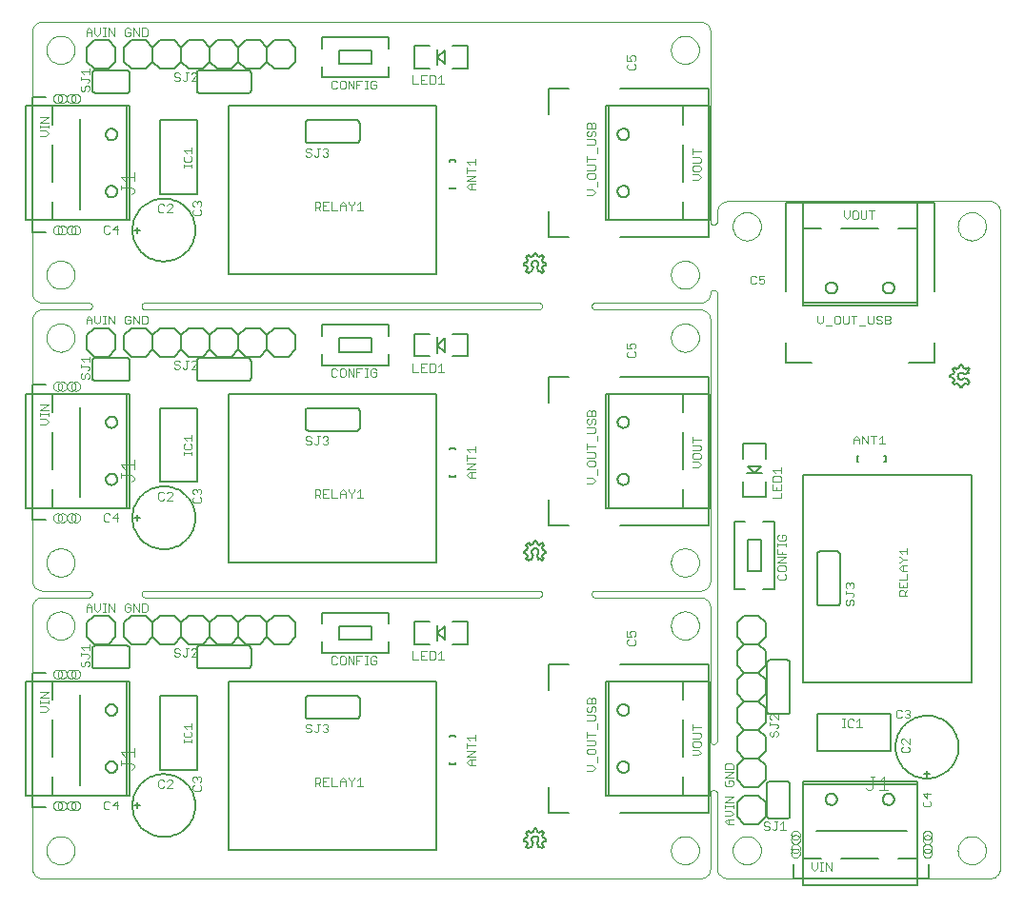
<source format=gto>
G75*
%MOIN*%
%OFA0B0*%
%FSLAX24Y24*%
%IPPOS*%
%LPD*%
%AMOC8*
5,1,8,0,0,1.08239X$1,22.5*
%
%ADD10C,0.0000*%
%ADD11C,0.0030*%
%ADD12C,0.0040*%
%ADD13C,0.0060*%
%ADD14C,0.0080*%
D10*
X006274Y005880D02*
X029286Y005880D01*
X029285Y005879D02*
X029322Y005885D01*
X029358Y005895D01*
X029393Y005909D01*
X029426Y005926D01*
X029458Y005946D01*
X029486Y005970D01*
X029513Y005997D01*
X029536Y006026D01*
X029556Y006057D01*
X029573Y006091D01*
X029586Y006126D01*
X029596Y006162D01*
X029601Y006199D01*
X029603Y006236D01*
X029601Y006273D01*
X029601Y006274D02*
X029601Y008853D01*
X029603Y008873D01*
X029608Y008893D01*
X029617Y008912D01*
X029629Y008929D01*
X029643Y008943D01*
X029660Y008955D01*
X029679Y008964D01*
X029699Y008969D01*
X029719Y008971D01*
X029739Y008969D01*
X029759Y008964D01*
X029778Y008955D01*
X029795Y008943D01*
X029809Y008929D01*
X029821Y008912D01*
X029830Y008893D01*
X029835Y008873D01*
X029837Y008853D01*
X029837Y006195D01*
X029846Y006158D01*
X029858Y006122D01*
X029874Y006087D01*
X029893Y006053D01*
X029915Y006022D01*
X029940Y005993D01*
X029968Y005967D01*
X029998Y005944D01*
X030031Y005924D01*
X030065Y005907D01*
X030101Y005893D01*
X030138Y005883D01*
X030176Y005877D01*
X030214Y005874D01*
X030252Y005875D01*
X030290Y005880D01*
X039423Y005880D01*
X039423Y005879D02*
X039460Y005885D01*
X039496Y005895D01*
X039531Y005909D01*
X039564Y005926D01*
X039596Y005946D01*
X039624Y005970D01*
X039651Y005997D01*
X039674Y006026D01*
X039694Y006057D01*
X039711Y006091D01*
X039724Y006126D01*
X039734Y006162D01*
X039739Y006199D01*
X039741Y006236D01*
X039739Y006273D01*
X039738Y006274D02*
X039738Y029286D01*
X039739Y029285D02*
X039733Y029322D01*
X039723Y029358D01*
X039709Y029393D01*
X039692Y029426D01*
X039672Y029458D01*
X039648Y029486D01*
X039621Y029513D01*
X039592Y029536D01*
X039561Y029556D01*
X039527Y029573D01*
X039492Y029586D01*
X039456Y029596D01*
X039419Y029601D01*
X039382Y029603D01*
X039345Y029601D01*
X030211Y029601D01*
X030174Y029598D01*
X030136Y029592D01*
X030100Y029581D01*
X030065Y029568D01*
X030031Y029551D01*
X030000Y029531D01*
X029970Y029507D01*
X029943Y029481D01*
X029918Y029453D01*
X029896Y029422D01*
X029878Y029389D01*
X029863Y029355D01*
X029851Y029319D01*
X029843Y029282D01*
X029838Y029245D01*
X029837Y029207D01*
X029837Y028892D01*
X029835Y028872D01*
X029830Y028852D01*
X029821Y028833D01*
X029809Y028816D01*
X029795Y028802D01*
X029778Y028790D01*
X029759Y028781D01*
X029739Y028776D01*
X029719Y028774D01*
X029699Y028776D01*
X029679Y028781D01*
X029660Y028790D01*
X029643Y028802D01*
X029629Y028816D01*
X029617Y028833D01*
X029608Y028852D01*
X029603Y028872D01*
X029601Y028892D01*
X029601Y035565D01*
X029595Y035602D01*
X029585Y035638D01*
X029571Y035673D01*
X029554Y035706D01*
X029534Y035738D01*
X029510Y035766D01*
X029483Y035793D01*
X029454Y035816D01*
X029423Y035836D01*
X029389Y035853D01*
X029354Y035866D01*
X029318Y035876D01*
X029281Y035881D01*
X029244Y035883D01*
X029207Y035881D01*
X029207Y035880D02*
X006195Y035880D01*
X006195Y035881D02*
X006158Y035875D01*
X006122Y035865D01*
X006087Y035851D01*
X006054Y035834D01*
X006022Y035814D01*
X005994Y035790D01*
X005967Y035763D01*
X005944Y035734D01*
X005924Y035703D01*
X005907Y035669D01*
X005894Y035634D01*
X005884Y035598D01*
X005879Y035561D01*
X005877Y035524D01*
X005879Y035487D01*
X005880Y035486D02*
X005880Y026353D01*
X005879Y026353D02*
X005885Y026318D01*
X005894Y026284D01*
X005906Y026251D01*
X005921Y026220D01*
X005940Y026190D01*
X005961Y026162D01*
X005985Y026136D01*
X006011Y026113D01*
X006039Y026093D01*
X006070Y026075D01*
X006102Y026060D01*
X006135Y026049D01*
X006169Y026041D01*
X006203Y026036D01*
X006238Y026035D01*
X006273Y026037D01*
X006274Y026038D02*
X007849Y026038D01*
X007869Y026036D01*
X007889Y026031D01*
X007908Y026022D01*
X007925Y026010D01*
X007939Y025996D01*
X007951Y025979D01*
X007960Y025960D01*
X007965Y025940D01*
X007967Y025920D01*
X007965Y025900D01*
X007960Y025880D01*
X007951Y025861D01*
X007939Y025844D01*
X007925Y025830D01*
X007908Y025818D01*
X007889Y025809D01*
X007869Y025804D01*
X007849Y025802D01*
X007849Y025801D02*
X006195Y025801D01*
X006195Y025802D02*
X006158Y025796D01*
X006122Y025786D01*
X006087Y025772D01*
X006054Y025755D01*
X006022Y025735D01*
X005994Y025711D01*
X005967Y025684D01*
X005944Y025655D01*
X005924Y025624D01*
X005907Y025590D01*
X005894Y025555D01*
X005884Y025519D01*
X005879Y025482D01*
X005877Y025445D01*
X005879Y025408D01*
X005880Y025408D02*
X005880Y016274D01*
X005879Y016274D02*
X005885Y016239D01*
X005894Y016205D01*
X005906Y016172D01*
X005921Y016141D01*
X005940Y016111D01*
X005961Y016083D01*
X005985Y016057D01*
X006011Y016034D01*
X006039Y016014D01*
X006070Y015996D01*
X006102Y015981D01*
X006135Y015970D01*
X006169Y015962D01*
X006203Y015957D01*
X006238Y015956D01*
X006273Y015958D01*
X006274Y015959D02*
X007849Y015959D01*
X007869Y015957D01*
X007889Y015952D01*
X007908Y015943D01*
X007925Y015931D01*
X007939Y015917D01*
X007951Y015900D01*
X007960Y015881D01*
X007965Y015861D01*
X007967Y015841D01*
X007965Y015821D01*
X007960Y015801D01*
X007951Y015782D01*
X007939Y015765D01*
X007925Y015751D01*
X007908Y015739D01*
X007889Y015730D01*
X007869Y015725D01*
X007849Y015723D01*
X006195Y015723D01*
X006158Y015717D01*
X006122Y015707D01*
X006087Y015693D01*
X006054Y015676D01*
X006022Y015656D01*
X005994Y015632D01*
X005967Y015605D01*
X005944Y015576D01*
X005924Y015545D01*
X005907Y015511D01*
X005894Y015476D01*
X005884Y015440D01*
X005879Y015403D01*
X005877Y015366D01*
X005879Y015329D01*
X005880Y015329D02*
X005880Y006195D01*
X005879Y006195D02*
X005885Y006160D01*
X005894Y006126D01*
X005906Y006093D01*
X005921Y006062D01*
X005940Y006032D01*
X005961Y006004D01*
X005985Y005978D01*
X006011Y005955D01*
X006039Y005935D01*
X006070Y005917D01*
X006102Y005902D01*
X006135Y005891D01*
X006169Y005883D01*
X006203Y005878D01*
X006238Y005877D01*
X006273Y005879D01*
X006372Y006864D02*
X006374Y006908D01*
X006380Y006952D01*
X006390Y006995D01*
X006403Y007037D01*
X006421Y007077D01*
X006442Y007116D01*
X006466Y007153D01*
X006493Y007188D01*
X006524Y007220D01*
X006557Y007249D01*
X006593Y007275D01*
X006631Y007297D01*
X006671Y007316D01*
X006712Y007332D01*
X006755Y007344D01*
X006798Y007352D01*
X006842Y007356D01*
X006886Y007356D01*
X006930Y007352D01*
X006973Y007344D01*
X007016Y007332D01*
X007057Y007316D01*
X007097Y007297D01*
X007135Y007275D01*
X007171Y007249D01*
X007204Y007220D01*
X007235Y007188D01*
X007262Y007153D01*
X007286Y007116D01*
X007307Y007077D01*
X007325Y007037D01*
X007338Y006995D01*
X007348Y006952D01*
X007354Y006908D01*
X007356Y006864D01*
X007354Y006820D01*
X007348Y006776D01*
X007338Y006733D01*
X007325Y006691D01*
X007307Y006651D01*
X007286Y006612D01*
X007262Y006575D01*
X007235Y006540D01*
X007204Y006508D01*
X007171Y006479D01*
X007135Y006453D01*
X007097Y006431D01*
X007057Y006412D01*
X007016Y006396D01*
X006973Y006384D01*
X006930Y006376D01*
X006886Y006372D01*
X006842Y006372D01*
X006798Y006376D01*
X006755Y006384D01*
X006712Y006396D01*
X006671Y006412D01*
X006631Y006431D01*
X006593Y006453D01*
X006557Y006479D01*
X006524Y006508D01*
X006493Y006540D01*
X006466Y006575D01*
X006442Y006612D01*
X006421Y006651D01*
X006403Y006691D01*
X006390Y006733D01*
X006380Y006776D01*
X006374Y006820D01*
X006372Y006864D01*
X006609Y008427D02*
X006611Y008452D01*
X006617Y008476D01*
X006626Y008498D01*
X006639Y008519D01*
X006655Y008538D01*
X006674Y008554D01*
X006695Y008567D01*
X006717Y008576D01*
X006741Y008582D01*
X006766Y008584D01*
X006791Y008582D01*
X006815Y008576D01*
X006837Y008567D01*
X006858Y008554D01*
X006877Y008538D01*
X006893Y008519D01*
X006906Y008498D01*
X006915Y008476D01*
X006921Y008452D01*
X006923Y008427D01*
X006921Y008402D01*
X006915Y008378D01*
X006906Y008356D01*
X006893Y008335D01*
X006877Y008316D01*
X006858Y008300D01*
X006837Y008287D01*
X006815Y008278D01*
X006791Y008272D01*
X006766Y008270D01*
X006741Y008272D01*
X006717Y008278D01*
X006695Y008287D01*
X006674Y008300D01*
X006655Y008316D01*
X006639Y008335D01*
X006626Y008356D01*
X006617Y008378D01*
X006611Y008402D01*
X006609Y008427D01*
X006766Y008427D02*
X006768Y008452D01*
X006774Y008476D01*
X006783Y008498D01*
X006796Y008519D01*
X006812Y008538D01*
X006831Y008554D01*
X006852Y008567D01*
X006874Y008576D01*
X006898Y008582D01*
X006923Y008584D01*
X006948Y008582D01*
X006972Y008576D01*
X006994Y008567D01*
X007015Y008554D01*
X007034Y008538D01*
X007050Y008519D01*
X007063Y008498D01*
X007072Y008476D01*
X007078Y008452D01*
X007080Y008427D01*
X007078Y008402D01*
X007072Y008378D01*
X007063Y008356D01*
X007050Y008335D01*
X007034Y008316D01*
X007015Y008300D01*
X006994Y008287D01*
X006972Y008278D01*
X006948Y008272D01*
X006923Y008270D01*
X006898Y008272D01*
X006874Y008278D01*
X006852Y008287D01*
X006831Y008300D01*
X006812Y008316D01*
X006796Y008335D01*
X006783Y008356D01*
X006774Y008378D01*
X006768Y008402D01*
X006766Y008427D01*
X007081Y008427D02*
X007083Y008452D01*
X007089Y008476D01*
X007098Y008498D01*
X007111Y008519D01*
X007127Y008538D01*
X007146Y008554D01*
X007167Y008567D01*
X007189Y008576D01*
X007213Y008582D01*
X007238Y008584D01*
X007263Y008582D01*
X007287Y008576D01*
X007309Y008567D01*
X007330Y008554D01*
X007349Y008538D01*
X007365Y008519D01*
X007378Y008498D01*
X007387Y008476D01*
X007393Y008452D01*
X007395Y008427D01*
X007393Y008402D01*
X007387Y008378D01*
X007378Y008356D01*
X007365Y008335D01*
X007349Y008316D01*
X007330Y008300D01*
X007309Y008287D01*
X007287Y008278D01*
X007263Y008272D01*
X007238Y008270D01*
X007213Y008272D01*
X007189Y008278D01*
X007167Y008287D01*
X007146Y008300D01*
X007127Y008316D01*
X007111Y008335D01*
X007098Y008356D01*
X007089Y008378D01*
X007083Y008402D01*
X007081Y008427D01*
X007239Y008427D02*
X007241Y008452D01*
X007247Y008476D01*
X007256Y008498D01*
X007269Y008519D01*
X007285Y008538D01*
X007304Y008554D01*
X007325Y008567D01*
X007347Y008576D01*
X007371Y008582D01*
X007396Y008584D01*
X007421Y008582D01*
X007445Y008576D01*
X007467Y008567D01*
X007488Y008554D01*
X007507Y008538D01*
X007523Y008519D01*
X007536Y008498D01*
X007545Y008476D01*
X007551Y008452D01*
X007553Y008427D01*
X007551Y008402D01*
X007545Y008378D01*
X007536Y008356D01*
X007523Y008335D01*
X007507Y008316D01*
X007488Y008300D01*
X007467Y008287D01*
X007445Y008278D01*
X007421Y008272D01*
X007396Y008270D01*
X007371Y008272D01*
X007347Y008278D01*
X007325Y008287D01*
X007304Y008300D01*
X007285Y008316D01*
X007269Y008335D01*
X007256Y008356D01*
X007247Y008378D01*
X007241Y008402D01*
X007239Y008427D01*
X007081Y013033D02*
X007083Y013058D01*
X007089Y013082D01*
X007098Y013104D01*
X007111Y013125D01*
X007127Y013144D01*
X007146Y013160D01*
X007167Y013173D01*
X007189Y013182D01*
X007213Y013188D01*
X007238Y013190D01*
X007263Y013188D01*
X007287Y013182D01*
X007309Y013173D01*
X007330Y013160D01*
X007349Y013144D01*
X007365Y013125D01*
X007378Y013104D01*
X007387Y013082D01*
X007393Y013058D01*
X007395Y013033D01*
X007393Y013008D01*
X007387Y012984D01*
X007378Y012962D01*
X007365Y012941D01*
X007349Y012922D01*
X007330Y012906D01*
X007309Y012893D01*
X007287Y012884D01*
X007263Y012878D01*
X007238Y012876D01*
X007213Y012878D01*
X007189Y012884D01*
X007167Y012893D01*
X007146Y012906D01*
X007127Y012922D01*
X007111Y012941D01*
X007098Y012962D01*
X007089Y012984D01*
X007083Y013008D01*
X007081Y013033D01*
X006766Y013033D02*
X006768Y013058D01*
X006774Y013082D01*
X006783Y013104D01*
X006796Y013125D01*
X006812Y013144D01*
X006831Y013160D01*
X006852Y013173D01*
X006874Y013182D01*
X006898Y013188D01*
X006923Y013190D01*
X006948Y013188D01*
X006972Y013182D01*
X006994Y013173D01*
X007015Y013160D01*
X007034Y013144D01*
X007050Y013125D01*
X007063Y013104D01*
X007072Y013082D01*
X007078Y013058D01*
X007080Y013033D01*
X007078Y013008D01*
X007072Y012984D01*
X007063Y012962D01*
X007050Y012941D01*
X007034Y012922D01*
X007015Y012906D01*
X006994Y012893D01*
X006972Y012884D01*
X006948Y012878D01*
X006923Y012876D01*
X006898Y012878D01*
X006874Y012884D01*
X006852Y012893D01*
X006831Y012906D01*
X006812Y012922D01*
X006796Y012941D01*
X006783Y012962D01*
X006774Y012984D01*
X006768Y013008D01*
X006766Y013033D01*
X006609Y013033D02*
X006611Y013058D01*
X006617Y013082D01*
X006626Y013104D01*
X006639Y013125D01*
X006655Y013144D01*
X006674Y013160D01*
X006695Y013173D01*
X006717Y013182D01*
X006741Y013188D01*
X006766Y013190D01*
X006791Y013188D01*
X006815Y013182D01*
X006837Y013173D01*
X006858Y013160D01*
X006877Y013144D01*
X006893Y013125D01*
X006906Y013104D01*
X006915Y013082D01*
X006921Y013058D01*
X006923Y013033D01*
X006921Y013008D01*
X006915Y012984D01*
X006906Y012962D01*
X006893Y012941D01*
X006877Y012922D01*
X006858Y012906D01*
X006837Y012893D01*
X006815Y012884D01*
X006791Y012878D01*
X006766Y012876D01*
X006741Y012878D01*
X006717Y012884D01*
X006695Y012893D01*
X006674Y012906D01*
X006655Y012922D01*
X006639Y012941D01*
X006626Y012962D01*
X006617Y012984D01*
X006611Y013008D01*
X006609Y013033D01*
X007239Y013033D02*
X007241Y013058D01*
X007247Y013082D01*
X007256Y013104D01*
X007269Y013125D01*
X007285Y013144D01*
X007304Y013160D01*
X007325Y013173D01*
X007347Y013182D01*
X007371Y013188D01*
X007396Y013190D01*
X007421Y013188D01*
X007445Y013182D01*
X007467Y013173D01*
X007488Y013160D01*
X007507Y013144D01*
X007523Y013125D01*
X007536Y013104D01*
X007545Y013082D01*
X007551Y013058D01*
X007553Y013033D01*
X007551Y013008D01*
X007545Y012984D01*
X007536Y012962D01*
X007523Y012941D01*
X007507Y012922D01*
X007488Y012906D01*
X007467Y012893D01*
X007445Y012884D01*
X007421Y012878D01*
X007396Y012876D01*
X007371Y012878D01*
X007347Y012884D01*
X007325Y012893D01*
X007304Y012906D01*
X007285Y012922D01*
X007269Y012941D01*
X007256Y012962D01*
X007247Y012984D01*
X007241Y013008D01*
X007239Y013033D01*
X006372Y014738D02*
X006374Y014782D01*
X006380Y014826D01*
X006390Y014869D01*
X006403Y014911D01*
X006421Y014951D01*
X006442Y014990D01*
X006466Y015027D01*
X006493Y015062D01*
X006524Y015094D01*
X006557Y015123D01*
X006593Y015149D01*
X006631Y015171D01*
X006671Y015190D01*
X006712Y015206D01*
X006755Y015218D01*
X006798Y015226D01*
X006842Y015230D01*
X006886Y015230D01*
X006930Y015226D01*
X006973Y015218D01*
X007016Y015206D01*
X007057Y015190D01*
X007097Y015171D01*
X007135Y015149D01*
X007171Y015123D01*
X007204Y015094D01*
X007235Y015062D01*
X007262Y015027D01*
X007286Y014990D01*
X007307Y014951D01*
X007325Y014911D01*
X007338Y014869D01*
X007348Y014826D01*
X007354Y014782D01*
X007356Y014738D01*
X007354Y014694D01*
X007348Y014650D01*
X007338Y014607D01*
X007325Y014565D01*
X007307Y014525D01*
X007286Y014486D01*
X007262Y014449D01*
X007235Y014414D01*
X007204Y014382D01*
X007171Y014353D01*
X007135Y014327D01*
X007097Y014305D01*
X007057Y014286D01*
X007016Y014270D01*
X006973Y014258D01*
X006930Y014250D01*
X006886Y014246D01*
X006842Y014246D01*
X006798Y014250D01*
X006755Y014258D01*
X006712Y014270D01*
X006671Y014286D01*
X006631Y014305D01*
X006593Y014327D01*
X006557Y014353D01*
X006524Y014382D01*
X006493Y014414D01*
X006466Y014449D01*
X006442Y014486D01*
X006421Y014525D01*
X006403Y014565D01*
X006390Y014607D01*
X006380Y014650D01*
X006374Y014694D01*
X006372Y014738D01*
X006372Y016943D02*
X006374Y016987D01*
X006380Y017031D01*
X006390Y017074D01*
X006403Y017116D01*
X006421Y017156D01*
X006442Y017195D01*
X006466Y017232D01*
X006493Y017267D01*
X006524Y017299D01*
X006557Y017328D01*
X006593Y017354D01*
X006631Y017376D01*
X006671Y017395D01*
X006712Y017411D01*
X006755Y017423D01*
X006798Y017431D01*
X006842Y017435D01*
X006886Y017435D01*
X006930Y017431D01*
X006973Y017423D01*
X007016Y017411D01*
X007057Y017395D01*
X007097Y017376D01*
X007135Y017354D01*
X007171Y017328D01*
X007204Y017299D01*
X007235Y017267D01*
X007262Y017232D01*
X007286Y017195D01*
X007307Y017156D01*
X007325Y017116D01*
X007338Y017074D01*
X007348Y017031D01*
X007354Y016987D01*
X007356Y016943D01*
X007354Y016899D01*
X007348Y016855D01*
X007338Y016812D01*
X007325Y016770D01*
X007307Y016730D01*
X007286Y016691D01*
X007262Y016654D01*
X007235Y016619D01*
X007204Y016587D01*
X007171Y016558D01*
X007135Y016532D01*
X007097Y016510D01*
X007057Y016491D01*
X007016Y016475D01*
X006973Y016463D01*
X006930Y016455D01*
X006886Y016451D01*
X006842Y016451D01*
X006798Y016455D01*
X006755Y016463D01*
X006712Y016475D01*
X006671Y016491D01*
X006631Y016510D01*
X006593Y016532D01*
X006557Y016558D01*
X006524Y016587D01*
X006493Y016619D01*
X006466Y016654D01*
X006442Y016691D01*
X006421Y016730D01*
X006403Y016770D01*
X006390Y016812D01*
X006380Y016855D01*
X006374Y016899D01*
X006372Y016943D01*
X006609Y018506D02*
X006611Y018531D01*
X006617Y018555D01*
X006626Y018577D01*
X006639Y018598D01*
X006655Y018617D01*
X006674Y018633D01*
X006695Y018646D01*
X006717Y018655D01*
X006741Y018661D01*
X006766Y018663D01*
X006791Y018661D01*
X006815Y018655D01*
X006837Y018646D01*
X006858Y018633D01*
X006877Y018617D01*
X006893Y018598D01*
X006906Y018577D01*
X006915Y018555D01*
X006921Y018531D01*
X006923Y018506D01*
X006921Y018481D01*
X006915Y018457D01*
X006906Y018435D01*
X006893Y018414D01*
X006877Y018395D01*
X006858Y018379D01*
X006837Y018366D01*
X006815Y018357D01*
X006791Y018351D01*
X006766Y018349D01*
X006741Y018351D01*
X006717Y018357D01*
X006695Y018366D01*
X006674Y018379D01*
X006655Y018395D01*
X006639Y018414D01*
X006626Y018435D01*
X006617Y018457D01*
X006611Y018481D01*
X006609Y018506D01*
X006766Y018506D02*
X006768Y018531D01*
X006774Y018555D01*
X006783Y018577D01*
X006796Y018598D01*
X006812Y018617D01*
X006831Y018633D01*
X006852Y018646D01*
X006874Y018655D01*
X006898Y018661D01*
X006923Y018663D01*
X006948Y018661D01*
X006972Y018655D01*
X006994Y018646D01*
X007015Y018633D01*
X007034Y018617D01*
X007050Y018598D01*
X007063Y018577D01*
X007072Y018555D01*
X007078Y018531D01*
X007080Y018506D01*
X007078Y018481D01*
X007072Y018457D01*
X007063Y018435D01*
X007050Y018414D01*
X007034Y018395D01*
X007015Y018379D01*
X006994Y018366D01*
X006972Y018357D01*
X006948Y018351D01*
X006923Y018349D01*
X006898Y018351D01*
X006874Y018357D01*
X006852Y018366D01*
X006831Y018379D01*
X006812Y018395D01*
X006796Y018414D01*
X006783Y018435D01*
X006774Y018457D01*
X006768Y018481D01*
X006766Y018506D01*
X007081Y018506D02*
X007083Y018531D01*
X007089Y018555D01*
X007098Y018577D01*
X007111Y018598D01*
X007127Y018617D01*
X007146Y018633D01*
X007167Y018646D01*
X007189Y018655D01*
X007213Y018661D01*
X007238Y018663D01*
X007263Y018661D01*
X007287Y018655D01*
X007309Y018646D01*
X007330Y018633D01*
X007349Y018617D01*
X007365Y018598D01*
X007378Y018577D01*
X007387Y018555D01*
X007393Y018531D01*
X007395Y018506D01*
X007393Y018481D01*
X007387Y018457D01*
X007378Y018435D01*
X007365Y018414D01*
X007349Y018395D01*
X007330Y018379D01*
X007309Y018366D01*
X007287Y018357D01*
X007263Y018351D01*
X007238Y018349D01*
X007213Y018351D01*
X007189Y018357D01*
X007167Y018366D01*
X007146Y018379D01*
X007127Y018395D01*
X007111Y018414D01*
X007098Y018435D01*
X007089Y018457D01*
X007083Y018481D01*
X007081Y018506D01*
X007239Y018506D02*
X007241Y018531D01*
X007247Y018555D01*
X007256Y018577D01*
X007269Y018598D01*
X007285Y018617D01*
X007304Y018633D01*
X007325Y018646D01*
X007347Y018655D01*
X007371Y018661D01*
X007396Y018663D01*
X007421Y018661D01*
X007445Y018655D01*
X007467Y018646D01*
X007488Y018633D01*
X007507Y018617D01*
X007523Y018598D01*
X007536Y018577D01*
X007545Y018555D01*
X007551Y018531D01*
X007553Y018506D01*
X007551Y018481D01*
X007545Y018457D01*
X007536Y018435D01*
X007523Y018414D01*
X007507Y018395D01*
X007488Y018379D01*
X007467Y018366D01*
X007445Y018357D01*
X007421Y018351D01*
X007396Y018349D01*
X007371Y018351D01*
X007347Y018357D01*
X007325Y018366D01*
X007304Y018379D01*
X007285Y018395D01*
X007269Y018414D01*
X007256Y018435D01*
X007247Y018457D01*
X007241Y018481D01*
X007239Y018506D01*
X009817Y015959D02*
X023597Y015959D01*
X023617Y015957D01*
X023637Y015952D01*
X023656Y015943D01*
X023673Y015931D01*
X023687Y015917D01*
X023699Y015900D01*
X023708Y015881D01*
X023713Y015861D01*
X023715Y015841D01*
X023713Y015821D01*
X023708Y015801D01*
X023699Y015782D01*
X023687Y015765D01*
X023673Y015751D01*
X023656Y015739D01*
X023637Y015730D01*
X023617Y015725D01*
X023597Y015723D01*
X009817Y015723D01*
X009797Y015725D01*
X009777Y015730D01*
X009758Y015739D01*
X009741Y015751D01*
X009727Y015765D01*
X009715Y015782D01*
X009706Y015801D01*
X009701Y015821D01*
X009699Y015841D01*
X009701Y015861D01*
X009706Y015881D01*
X009715Y015900D01*
X009727Y015917D01*
X009741Y015931D01*
X009758Y015943D01*
X009777Y015952D01*
X009797Y015957D01*
X009817Y015959D01*
X007239Y023112D02*
X007241Y023137D01*
X007247Y023161D01*
X007256Y023183D01*
X007269Y023204D01*
X007285Y023223D01*
X007304Y023239D01*
X007325Y023252D01*
X007347Y023261D01*
X007371Y023267D01*
X007396Y023269D01*
X007421Y023267D01*
X007445Y023261D01*
X007467Y023252D01*
X007488Y023239D01*
X007507Y023223D01*
X007523Y023204D01*
X007536Y023183D01*
X007545Y023161D01*
X007551Y023137D01*
X007553Y023112D01*
X007551Y023087D01*
X007545Y023063D01*
X007536Y023041D01*
X007523Y023020D01*
X007507Y023001D01*
X007488Y022985D01*
X007467Y022972D01*
X007445Y022963D01*
X007421Y022957D01*
X007396Y022955D01*
X007371Y022957D01*
X007347Y022963D01*
X007325Y022972D01*
X007304Y022985D01*
X007285Y023001D01*
X007269Y023020D01*
X007256Y023041D01*
X007247Y023063D01*
X007241Y023087D01*
X007239Y023112D01*
X007081Y023112D02*
X007083Y023137D01*
X007089Y023161D01*
X007098Y023183D01*
X007111Y023204D01*
X007127Y023223D01*
X007146Y023239D01*
X007167Y023252D01*
X007189Y023261D01*
X007213Y023267D01*
X007238Y023269D01*
X007263Y023267D01*
X007287Y023261D01*
X007309Y023252D01*
X007330Y023239D01*
X007349Y023223D01*
X007365Y023204D01*
X007378Y023183D01*
X007387Y023161D01*
X007393Y023137D01*
X007395Y023112D01*
X007393Y023087D01*
X007387Y023063D01*
X007378Y023041D01*
X007365Y023020D01*
X007349Y023001D01*
X007330Y022985D01*
X007309Y022972D01*
X007287Y022963D01*
X007263Y022957D01*
X007238Y022955D01*
X007213Y022957D01*
X007189Y022963D01*
X007167Y022972D01*
X007146Y022985D01*
X007127Y023001D01*
X007111Y023020D01*
X007098Y023041D01*
X007089Y023063D01*
X007083Y023087D01*
X007081Y023112D01*
X006766Y023112D02*
X006768Y023137D01*
X006774Y023161D01*
X006783Y023183D01*
X006796Y023204D01*
X006812Y023223D01*
X006831Y023239D01*
X006852Y023252D01*
X006874Y023261D01*
X006898Y023267D01*
X006923Y023269D01*
X006948Y023267D01*
X006972Y023261D01*
X006994Y023252D01*
X007015Y023239D01*
X007034Y023223D01*
X007050Y023204D01*
X007063Y023183D01*
X007072Y023161D01*
X007078Y023137D01*
X007080Y023112D01*
X007078Y023087D01*
X007072Y023063D01*
X007063Y023041D01*
X007050Y023020D01*
X007034Y023001D01*
X007015Y022985D01*
X006994Y022972D01*
X006972Y022963D01*
X006948Y022957D01*
X006923Y022955D01*
X006898Y022957D01*
X006874Y022963D01*
X006852Y022972D01*
X006831Y022985D01*
X006812Y023001D01*
X006796Y023020D01*
X006783Y023041D01*
X006774Y023063D01*
X006768Y023087D01*
X006766Y023112D01*
X006609Y023112D02*
X006611Y023137D01*
X006617Y023161D01*
X006626Y023183D01*
X006639Y023204D01*
X006655Y023223D01*
X006674Y023239D01*
X006695Y023252D01*
X006717Y023261D01*
X006741Y023267D01*
X006766Y023269D01*
X006791Y023267D01*
X006815Y023261D01*
X006837Y023252D01*
X006858Y023239D01*
X006877Y023223D01*
X006893Y023204D01*
X006906Y023183D01*
X006915Y023161D01*
X006921Y023137D01*
X006923Y023112D01*
X006921Y023087D01*
X006915Y023063D01*
X006906Y023041D01*
X006893Y023020D01*
X006877Y023001D01*
X006858Y022985D01*
X006837Y022972D01*
X006815Y022963D01*
X006791Y022957D01*
X006766Y022955D01*
X006741Y022957D01*
X006717Y022963D01*
X006695Y022972D01*
X006674Y022985D01*
X006655Y023001D01*
X006639Y023020D01*
X006626Y023041D01*
X006617Y023063D01*
X006611Y023087D01*
X006609Y023112D01*
X006372Y024817D02*
X006374Y024861D01*
X006380Y024905D01*
X006390Y024948D01*
X006403Y024990D01*
X006421Y025030D01*
X006442Y025069D01*
X006466Y025106D01*
X006493Y025141D01*
X006524Y025173D01*
X006557Y025202D01*
X006593Y025228D01*
X006631Y025250D01*
X006671Y025269D01*
X006712Y025285D01*
X006755Y025297D01*
X006798Y025305D01*
X006842Y025309D01*
X006886Y025309D01*
X006930Y025305D01*
X006973Y025297D01*
X007016Y025285D01*
X007057Y025269D01*
X007097Y025250D01*
X007135Y025228D01*
X007171Y025202D01*
X007204Y025173D01*
X007235Y025141D01*
X007262Y025106D01*
X007286Y025069D01*
X007307Y025030D01*
X007325Y024990D01*
X007338Y024948D01*
X007348Y024905D01*
X007354Y024861D01*
X007356Y024817D01*
X007354Y024773D01*
X007348Y024729D01*
X007338Y024686D01*
X007325Y024644D01*
X007307Y024604D01*
X007286Y024565D01*
X007262Y024528D01*
X007235Y024493D01*
X007204Y024461D01*
X007171Y024432D01*
X007135Y024406D01*
X007097Y024384D01*
X007057Y024365D01*
X007016Y024349D01*
X006973Y024337D01*
X006930Y024329D01*
X006886Y024325D01*
X006842Y024325D01*
X006798Y024329D01*
X006755Y024337D01*
X006712Y024349D01*
X006671Y024365D01*
X006631Y024384D01*
X006593Y024406D01*
X006557Y024432D01*
X006524Y024461D01*
X006493Y024493D01*
X006466Y024528D01*
X006442Y024565D01*
X006421Y024604D01*
X006403Y024644D01*
X006390Y024686D01*
X006380Y024729D01*
X006374Y024773D01*
X006372Y024817D01*
X006372Y027022D02*
X006374Y027066D01*
X006380Y027110D01*
X006390Y027153D01*
X006403Y027195D01*
X006421Y027235D01*
X006442Y027274D01*
X006466Y027311D01*
X006493Y027346D01*
X006524Y027378D01*
X006557Y027407D01*
X006593Y027433D01*
X006631Y027455D01*
X006671Y027474D01*
X006712Y027490D01*
X006755Y027502D01*
X006798Y027510D01*
X006842Y027514D01*
X006886Y027514D01*
X006930Y027510D01*
X006973Y027502D01*
X007016Y027490D01*
X007057Y027474D01*
X007097Y027455D01*
X007135Y027433D01*
X007171Y027407D01*
X007204Y027378D01*
X007235Y027346D01*
X007262Y027311D01*
X007286Y027274D01*
X007307Y027235D01*
X007325Y027195D01*
X007338Y027153D01*
X007348Y027110D01*
X007354Y027066D01*
X007356Y027022D01*
X007354Y026978D01*
X007348Y026934D01*
X007338Y026891D01*
X007325Y026849D01*
X007307Y026809D01*
X007286Y026770D01*
X007262Y026733D01*
X007235Y026698D01*
X007204Y026666D01*
X007171Y026637D01*
X007135Y026611D01*
X007097Y026589D01*
X007057Y026570D01*
X007016Y026554D01*
X006973Y026542D01*
X006930Y026534D01*
X006886Y026530D01*
X006842Y026530D01*
X006798Y026534D01*
X006755Y026542D01*
X006712Y026554D01*
X006671Y026570D01*
X006631Y026589D01*
X006593Y026611D01*
X006557Y026637D01*
X006524Y026666D01*
X006493Y026698D01*
X006466Y026733D01*
X006442Y026770D01*
X006421Y026809D01*
X006403Y026849D01*
X006390Y026891D01*
X006380Y026934D01*
X006374Y026978D01*
X006372Y027022D01*
X006609Y028584D02*
X006611Y028609D01*
X006617Y028633D01*
X006626Y028655D01*
X006639Y028676D01*
X006655Y028695D01*
X006674Y028711D01*
X006695Y028724D01*
X006717Y028733D01*
X006741Y028739D01*
X006766Y028741D01*
X006791Y028739D01*
X006815Y028733D01*
X006837Y028724D01*
X006858Y028711D01*
X006877Y028695D01*
X006893Y028676D01*
X006906Y028655D01*
X006915Y028633D01*
X006921Y028609D01*
X006923Y028584D01*
X006921Y028559D01*
X006915Y028535D01*
X006906Y028513D01*
X006893Y028492D01*
X006877Y028473D01*
X006858Y028457D01*
X006837Y028444D01*
X006815Y028435D01*
X006791Y028429D01*
X006766Y028427D01*
X006741Y028429D01*
X006717Y028435D01*
X006695Y028444D01*
X006674Y028457D01*
X006655Y028473D01*
X006639Y028492D01*
X006626Y028513D01*
X006617Y028535D01*
X006611Y028559D01*
X006609Y028584D01*
X006766Y028584D02*
X006768Y028609D01*
X006774Y028633D01*
X006783Y028655D01*
X006796Y028676D01*
X006812Y028695D01*
X006831Y028711D01*
X006852Y028724D01*
X006874Y028733D01*
X006898Y028739D01*
X006923Y028741D01*
X006948Y028739D01*
X006972Y028733D01*
X006994Y028724D01*
X007015Y028711D01*
X007034Y028695D01*
X007050Y028676D01*
X007063Y028655D01*
X007072Y028633D01*
X007078Y028609D01*
X007080Y028584D01*
X007078Y028559D01*
X007072Y028535D01*
X007063Y028513D01*
X007050Y028492D01*
X007034Y028473D01*
X007015Y028457D01*
X006994Y028444D01*
X006972Y028435D01*
X006948Y028429D01*
X006923Y028427D01*
X006898Y028429D01*
X006874Y028435D01*
X006852Y028444D01*
X006831Y028457D01*
X006812Y028473D01*
X006796Y028492D01*
X006783Y028513D01*
X006774Y028535D01*
X006768Y028559D01*
X006766Y028584D01*
X007081Y028584D02*
X007083Y028609D01*
X007089Y028633D01*
X007098Y028655D01*
X007111Y028676D01*
X007127Y028695D01*
X007146Y028711D01*
X007167Y028724D01*
X007189Y028733D01*
X007213Y028739D01*
X007238Y028741D01*
X007263Y028739D01*
X007287Y028733D01*
X007309Y028724D01*
X007330Y028711D01*
X007349Y028695D01*
X007365Y028676D01*
X007378Y028655D01*
X007387Y028633D01*
X007393Y028609D01*
X007395Y028584D01*
X007393Y028559D01*
X007387Y028535D01*
X007378Y028513D01*
X007365Y028492D01*
X007349Y028473D01*
X007330Y028457D01*
X007309Y028444D01*
X007287Y028435D01*
X007263Y028429D01*
X007238Y028427D01*
X007213Y028429D01*
X007189Y028435D01*
X007167Y028444D01*
X007146Y028457D01*
X007127Y028473D01*
X007111Y028492D01*
X007098Y028513D01*
X007089Y028535D01*
X007083Y028559D01*
X007081Y028584D01*
X007239Y028584D02*
X007241Y028609D01*
X007247Y028633D01*
X007256Y028655D01*
X007269Y028676D01*
X007285Y028695D01*
X007304Y028711D01*
X007325Y028724D01*
X007347Y028733D01*
X007371Y028739D01*
X007396Y028741D01*
X007421Y028739D01*
X007445Y028733D01*
X007467Y028724D01*
X007488Y028711D01*
X007507Y028695D01*
X007523Y028676D01*
X007536Y028655D01*
X007545Y028633D01*
X007551Y028609D01*
X007553Y028584D01*
X007551Y028559D01*
X007545Y028535D01*
X007536Y028513D01*
X007523Y028492D01*
X007507Y028473D01*
X007488Y028457D01*
X007467Y028444D01*
X007445Y028435D01*
X007421Y028429D01*
X007396Y028427D01*
X007371Y028429D01*
X007347Y028435D01*
X007325Y028444D01*
X007304Y028457D01*
X007285Y028473D01*
X007269Y028492D01*
X007256Y028513D01*
X007247Y028535D01*
X007241Y028559D01*
X007239Y028584D01*
X009817Y026038D02*
X023597Y026038D01*
X023617Y026036D01*
X023637Y026031D01*
X023656Y026022D01*
X023673Y026010D01*
X023687Y025996D01*
X023699Y025979D01*
X023708Y025960D01*
X023713Y025940D01*
X023715Y025920D01*
X023713Y025900D01*
X023708Y025880D01*
X023699Y025861D01*
X023687Y025844D01*
X023673Y025830D01*
X023656Y025818D01*
X023637Y025809D01*
X023617Y025804D01*
X023597Y025802D01*
X023597Y025801D02*
X009817Y025801D01*
X009817Y025802D02*
X009797Y025804D01*
X009777Y025809D01*
X009758Y025818D01*
X009741Y025830D01*
X009727Y025844D01*
X009715Y025861D01*
X009706Y025880D01*
X009701Y025900D01*
X009699Y025920D01*
X009701Y025940D01*
X009706Y025960D01*
X009715Y025979D01*
X009727Y025996D01*
X009741Y026010D01*
X009758Y026022D01*
X009777Y026031D01*
X009797Y026036D01*
X009817Y026038D01*
X007239Y033191D02*
X007241Y033216D01*
X007247Y033240D01*
X007256Y033262D01*
X007269Y033283D01*
X007285Y033302D01*
X007304Y033318D01*
X007325Y033331D01*
X007347Y033340D01*
X007371Y033346D01*
X007396Y033348D01*
X007421Y033346D01*
X007445Y033340D01*
X007467Y033331D01*
X007488Y033318D01*
X007507Y033302D01*
X007523Y033283D01*
X007536Y033262D01*
X007545Y033240D01*
X007551Y033216D01*
X007553Y033191D01*
X007551Y033166D01*
X007545Y033142D01*
X007536Y033120D01*
X007523Y033099D01*
X007507Y033080D01*
X007488Y033064D01*
X007467Y033051D01*
X007445Y033042D01*
X007421Y033036D01*
X007396Y033034D01*
X007371Y033036D01*
X007347Y033042D01*
X007325Y033051D01*
X007304Y033064D01*
X007285Y033080D01*
X007269Y033099D01*
X007256Y033120D01*
X007247Y033142D01*
X007241Y033166D01*
X007239Y033191D01*
X007081Y033191D02*
X007083Y033216D01*
X007089Y033240D01*
X007098Y033262D01*
X007111Y033283D01*
X007127Y033302D01*
X007146Y033318D01*
X007167Y033331D01*
X007189Y033340D01*
X007213Y033346D01*
X007238Y033348D01*
X007263Y033346D01*
X007287Y033340D01*
X007309Y033331D01*
X007330Y033318D01*
X007349Y033302D01*
X007365Y033283D01*
X007378Y033262D01*
X007387Y033240D01*
X007393Y033216D01*
X007395Y033191D01*
X007393Y033166D01*
X007387Y033142D01*
X007378Y033120D01*
X007365Y033099D01*
X007349Y033080D01*
X007330Y033064D01*
X007309Y033051D01*
X007287Y033042D01*
X007263Y033036D01*
X007238Y033034D01*
X007213Y033036D01*
X007189Y033042D01*
X007167Y033051D01*
X007146Y033064D01*
X007127Y033080D01*
X007111Y033099D01*
X007098Y033120D01*
X007089Y033142D01*
X007083Y033166D01*
X007081Y033191D01*
X006766Y033191D02*
X006768Y033216D01*
X006774Y033240D01*
X006783Y033262D01*
X006796Y033283D01*
X006812Y033302D01*
X006831Y033318D01*
X006852Y033331D01*
X006874Y033340D01*
X006898Y033346D01*
X006923Y033348D01*
X006948Y033346D01*
X006972Y033340D01*
X006994Y033331D01*
X007015Y033318D01*
X007034Y033302D01*
X007050Y033283D01*
X007063Y033262D01*
X007072Y033240D01*
X007078Y033216D01*
X007080Y033191D01*
X007078Y033166D01*
X007072Y033142D01*
X007063Y033120D01*
X007050Y033099D01*
X007034Y033080D01*
X007015Y033064D01*
X006994Y033051D01*
X006972Y033042D01*
X006948Y033036D01*
X006923Y033034D01*
X006898Y033036D01*
X006874Y033042D01*
X006852Y033051D01*
X006831Y033064D01*
X006812Y033080D01*
X006796Y033099D01*
X006783Y033120D01*
X006774Y033142D01*
X006768Y033166D01*
X006766Y033191D01*
X006609Y033191D02*
X006611Y033216D01*
X006617Y033240D01*
X006626Y033262D01*
X006639Y033283D01*
X006655Y033302D01*
X006674Y033318D01*
X006695Y033331D01*
X006717Y033340D01*
X006741Y033346D01*
X006766Y033348D01*
X006791Y033346D01*
X006815Y033340D01*
X006837Y033331D01*
X006858Y033318D01*
X006877Y033302D01*
X006893Y033283D01*
X006906Y033262D01*
X006915Y033240D01*
X006921Y033216D01*
X006923Y033191D01*
X006921Y033166D01*
X006915Y033142D01*
X006906Y033120D01*
X006893Y033099D01*
X006877Y033080D01*
X006858Y033064D01*
X006837Y033051D01*
X006815Y033042D01*
X006791Y033036D01*
X006766Y033034D01*
X006741Y033036D01*
X006717Y033042D01*
X006695Y033051D01*
X006674Y033064D01*
X006655Y033080D01*
X006639Y033099D01*
X006626Y033120D01*
X006617Y033142D01*
X006611Y033166D01*
X006609Y033191D01*
X006372Y034896D02*
X006374Y034940D01*
X006380Y034984D01*
X006390Y035027D01*
X006403Y035069D01*
X006421Y035109D01*
X006442Y035148D01*
X006466Y035185D01*
X006493Y035220D01*
X006524Y035252D01*
X006557Y035281D01*
X006593Y035307D01*
X006631Y035329D01*
X006671Y035348D01*
X006712Y035364D01*
X006755Y035376D01*
X006798Y035384D01*
X006842Y035388D01*
X006886Y035388D01*
X006930Y035384D01*
X006973Y035376D01*
X007016Y035364D01*
X007057Y035348D01*
X007097Y035329D01*
X007135Y035307D01*
X007171Y035281D01*
X007204Y035252D01*
X007235Y035220D01*
X007262Y035185D01*
X007286Y035148D01*
X007307Y035109D01*
X007325Y035069D01*
X007338Y035027D01*
X007348Y034984D01*
X007354Y034940D01*
X007356Y034896D01*
X007354Y034852D01*
X007348Y034808D01*
X007338Y034765D01*
X007325Y034723D01*
X007307Y034683D01*
X007286Y034644D01*
X007262Y034607D01*
X007235Y034572D01*
X007204Y034540D01*
X007171Y034511D01*
X007135Y034485D01*
X007097Y034463D01*
X007057Y034444D01*
X007016Y034428D01*
X006973Y034416D01*
X006930Y034408D01*
X006886Y034404D01*
X006842Y034404D01*
X006798Y034408D01*
X006755Y034416D01*
X006712Y034428D01*
X006671Y034444D01*
X006631Y034463D01*
X006593Y034485D01*
X006557Y034511D01*
X006524Y034540D01*
X006493Y034572D01*
X006466Y034607D01*
X006442Y034644D01*
X006421Y034683D01*
X006403Y034723D01*
X006390Y034765D01*
X006380Y034808D01*
X006374Y034852D01*
X006372Y034896D01*
X025565Y026038D02*
X029286Y026038D01*
X029207Y025801D02*
X025565Y025801D01*
X025565Y025802D02*
X025545Y025804D01*
X025525Y025809D01*
X025506Y025818D01*
X025489Y025830D01*
X025475Y025844D01*
X025463Y025861D01*
X025454Y025880D01*
X025449Y025900D01*
X025447Y025920D01*
X025449Y025940D01*
X025454Y025960D01*
X025463Y025979D01*
X025475Y025996D01*
X025489Y026010D01*
X025506Y026022D01*
X025525Y026031D01*
X025545Y026036D01*
X025565Y026038D01*
X028223Y027022D02*
X028225Y027066D01*
X028231Y027110D01*
X028241Y027153D01*
X028254Y027195D01*
X028272Y027235D01*
X028293Y027274D01*
X028317Y027311D01*
X028344Y027346D01*
X028375Y027378D01*
X028408Y027407D01*
X028444Y027433D01*
X028482Y027455D01*
X028522Y027474D01*
X028563Y027490D01*
X028606Y027502D01*
X028649Y027510D01*
X028693Y027514D01*
X028737Y027514D01*
X028781Y027510D01*
X028824Y027502D01*
X028867Y027490D01*
X028908Y027474D01*
X028948Y027455D01*
X028986Y027433D01*
X029022Y027407D01*
X029055Y027378D01*
X029086Y027346D01*
X029113Y027311D01*
X029137Y027274D01*
X029158Y027235D01*
X029176Y027195D01*
X029189Y027153D01*
X029199Y027110D01*
X029205Y027066D01*
X029207Y027022D01*
X029205Y026978D01*
X029199Y026934D01*
X029189Y026891D01*
X029176Y026849D01*
X029158Y026809D01*
X029137Y026770D01*
X029113Y026733D01*
X029086Y026698D01*
X029055Y026666D01*
X029022Y026637D01*
X028986Y026611D01*
X028948Y026589D01*
X028908Y026570D01*
X028867Y026554D01*
X028824Y026542D01*
X028781Y026534D01*
X028737Y026530D01*
X028693Y026530D01*
X028649Y026534D01*
X028606Y026542D01*
X028563Y026554D01*
X028522Y026570D01*
X028482Y026589D01*
X028444Y026611D01*
X028408Y026637D01*
X028375Y026666D01*
X028344Y026698D01*
X028317Y026733D01*
X028293Y026770D01*
X028272Y026809D01*
X028254Y026849D01*
X028241Y026891D01*
X028231Y026934D01*
X028225Y026978D01*
X028223Y027022D01*
X029285Y026037D02*
X029322Y026043D01*
X029358Y026053D01*
X029393Y026067D01*
X029426Y026084D01*
X029458Y026104D01*
X029486Y026128D01*
X029513Y026155D01*
X029536Y026184D01*
X029556Y026215D01*
X029573Y026249D01*
X029586Y026284D01*
X029596Y026320D01*
X029601Y026357D01*
X029603Y026394D01*
X029601Y026431D01*
X029601Y026372D02*
X029603Y026392D01*
X029608Y026412D01*
X029617Y026431D01*
X029629Y026448D01*
X029643Y026462D01*
X029660Y026474D01*
X029679Y026483D01*
X029699Y026488D01*
X029719Y026490D01*
X029739Y026488D01*
X029759Y026483D01*
X029778Y026474D01*
X029795Y026462D01*
X029809Y026448D01*
X029821Y026431D01*
X029830Y026412D01*
X029835Y026392D01*
X029837Y026372D01*
X029837Y010703D01*
X029835Y010683D01*
X029830Y010663D01*
X029821Y010644D01*
X029809Y010627D01*
X029795Y010613D01*
X029778Y010601D01*
X029759Y010592D01*
X029739Y010587D01*
X029719Y010585D01*
X029699Y010587D01*
X029679Y010592D01*
X029660Y010601D01*
X029643Y010613D01*
X029629Y010627D01*
X029617Y010644D01*
X029608Y010663D01*
X029603Y010683D01*
X029601Y010703D01*
X029601Y015408D01*
X029601Y015407D02*
X029595Y015444D01*
X029585Y015480D01*
X029571Y015515D01*
X029554Y015548D01*
X029534Y015580D01*
X029510Y015608D01*
X029483Y015635D01*
X029454Y015658D01*
X029423Y015678D01*
X029389Y015695D01*
X029354Y015708D01*
X029318Y015718D01*
X029281Y015723D01*
X029244Y015725D01*
X029207Y015723D01*
X025565Y015723D01*
X025545Y015725D01*
X025525Y015730D01*
X025506Y015739D01*
X025489Y015751D01*
X025475Y015765D01*
X025463Y015782D01*
X025454Y015801D01*
X025449Y015821D01*
X025447Y015841D01*
X025449Y015861D01*
X025454Y015881D01*
X025463Y015900D01*
X025475Y015917D01*
X025489Y015931D01*
X025506Y015943D01*
X025525Y015952D01*
X025545Y015957D01*
X025565Y015959D01*
X029286Y015959D01*
X029285Y015958D02*
X029322Y015964D01*
X029358Y015974D01*
X029393Y015988D01*
X029426Y016005D01*
X029458Y016025D01*
X029486Y016049D01*
X029513Y016076D01*
X029536Y016105D01*
X029556Y016136D01*
X029573Y016170D01*
X029586Y016205D01*
X029596Y016241D01*
X029601Y016278D01*
X029603Y016315D01*
X029601Y016352D01*
X029601Y016353D02*
X029601Y025486D01*
X029595Y025523D01*
X029585Y025559D01*
X029571Y025594D01*
X029554Y025627D01*
X029534Y025659D01*
X029510Y025687D01*
X029483Y025714D01*
X029454Y025737D01*
X029423Y025757D01*
X029389Y025774D01*
X029354Y025787D01*
X029318Y025797D01*
X029281Y025802D01*
X029244Y025804D01*
X029207Y025802D01*
X028223Y024817D02*
X028225Y024861D01*
X028231Y024905D01*
X028241Y024948D01*
X028254Y024990D01*
X028272Y025030D01*
X028293Y025069D01*
X028317Y025106D01*
X028344Y025141D01*
X028375Y025173D01*
X028408Y025202D01*
X028444Y025228D01*
X028482Y025250D01*
X028522Y025269D01*
X028563Y025285D01*
X028606Y025297D01*
X028649Y025305D01*
X028693Y025309D01*
X028737Y025309D01*
X028781Y025305D01*
X028824Y025297D01*
X028867Y025285D01*
X028908Y025269D01*
X028948Y025250D01*
X028986Y025228D01*
X029022Y025202D01*
X029055Y025173D01*
X029086Y025141D01*
X029113Y025106D01*
X029137Y025069D01*
X029158Y025030D01*
X029176Y024990D01*
X029189Y024948D01*
X029199Y024905D01*
X029205Y024861D01*
X029207Y024817D01*
X029205Y024773D01*
X029199Y024729D01*
X029189Y024686D01*
X029176Y024644D01*
X029158Y024604D01*
X029137Y024565D01*
X029113Y024528D01*
X029086Y024493D01*
X029055Y024461D01*
X029022Y024432D01*
X028986Y024406D01*
X028948Y024384D01*
X028908Y024365D01*
X028867Y024349D01*
X028824Y024337D01*
X028781Y024329D01*
X028737Y024325D01*
X028693Y024325D01*
X028649Y024329D01*
X028606Y024337D01*
X028563Y024349D01*
X028522Y024365D01*
X028482Y024384D01*
X028444Y024406D01*
X028408Y024432D01*
X028375Y024461D01*
X028344Y024493D01*
X028317Y024528D01*
X028293Y024565D01*
X028272Y024604D01*
X028254Y024644D01*
X028241Y024686D01*
X028231Y024729D01*
X028225Y024773D01*
X028223Y024817D01*
X030388Y028715D02*
X030390Y028759D01*
X030396Y028803D01*
X030406Y028846D01*
X030419Y028888D01*
X030437Y028928D01*
X030458Y028967D01*
X030482Y029004D01*
X030509Y029039D01*
X030540Y029071D01*
X030573Y029100D01*
X030609Y029126D01*
X030647Y029148D01*
X030687Y029167D01*
X030728Y029183D01*
X030771Y029195D01*
X030814Y029203D01*
X030858Y029207D01*
X030902Y029207D01*
X030946Y029203D01*
X030989Y029195D01*
X031032Y029183D01*
X031073Y029167D01*
X031113Y029148D01*
X031151Y029126D01*
X031187Y029100D01*
X031220Y029071D01*
X031251Y029039D01*
X031278Y029004D01*
X031302Y028967D01*
X031323Y028928D01*
X031341Y028888D01*
X031354Y028846D01*
X031364Y028803D01*
X031370Y028759D01*
X031372Y028715D01*
X031370Y028671D01*
X031364Y028627D01*
X031354Y028584D01*
X031341Y028542D01*
X031323Y028502D01*
X031302Y028463D01*
X031278Y028426D01*
X031251Y028391D01*
X031220Y028359D01*
X031187Y028330D01*
X031151Y028304D01*
X031113Y028282D01*
X031073Y028263D01*
X031032Y028247D01*
X030989Y028235D01*
X030946Y028227D01*
X030902Y028223D01*
X030858Y028223D01*
X030814Y028227D01*
X030771Y028235D01*
X030728Y028247D01*
X030687Y028263D01*
X030647Y028282D01*
X030609Y028304D01*
X030573Y028330D01*
X030540Y028359D01*
X030509Y028391D01*
X030482Y028426D01*
X030458Y028463D01*
X030437Y028502D01*
X030419Y028542D01*
X030406Y028584D01*
X030396Y028627D01*
X030390Y028671D01*
X030388Y028715D01*
X028223Y034896D02*
X028225Y034940D01*
X028231Y034984D01*
X028241Y035027D01*
X028254Y035069D01*
X028272Y035109D01*
X028293Y035148D01*
X028317Y035185D01*
X028344Y035220D01*
X028375Y035252D01*
X028408Y035281D01*
X028444Y035307D01*
X028482Y035329D01*
X028522Y035348D01*
X028563Y035364D01*
X028606Y035376D01*
X028649Y035384D01*
X028693Y035388D01*
X028737Y035388D01*
X028781Y035384D01*
X028824Y035376D01*
X028867Y035364D01*
X028908Y035348D01*
X028948Y035329D01*
X028986Y035307D01*
X029022Y035281D01*
X029055Y035252D01*
X029086Y035220D01*
X029113Y035185D01*
X029137Y035148D01*
X029158Y035109D01*
X029176Y035069D01*
X029189Y035027D01*
X029199Y034984D01*
X029205Y034940D01*
X029207Y034896D01*
X029205Y034852D01*
X029199Y034808D01*
X029189Y034765D01*
X029176Y034723D01*
X029158Y034683D01*
X029137Y034644D01*
X029113Y034607D01*
X029086Y034572D01*
X029055Y034540D01*
X029022Y034511D01*
X028986Y034485D01*
X028948Y034463D01*
X028908Y034444D01*
X028867Y034428D01*
X028824Y034416D01*
X028781Y034408D01*
X028737Y034404D01*
X028693Y034404D01*
X028649Y034408D01*
X028606Y034416D01*
X028563Y034428D01*
X028522Y034444D01*
X028482Y034463D01*
X028444Y034485D01*
X028408Y034511D01*
X028375Y034540D01*
X028344Y034572D01*
X028317Y034607D01*
X028293Y034644D01*
X028272Y034683D01*
X028254Y034723D01*
X028241Y034765D01*
X028231Y034808D01*
X028225Y034852D01*
X028223Y034896D01*
X038262Y028715D02*
X038264Y028759D01*
X038270Y028803D01*
X038280Y028846D01*
X038293Y028888D01*
X038311Y028928D01*
X038332Y028967D01*
X038356Y029004D01*
X038383Y029039D01*
X038414Y029071D01*
X038447Y029100D01*
X038483Y029126D01*
X038521Y029148D01*
X038561Y029167D01*
X038602Y029183D01*
X038645Y029195D01*
X038688Y029203D01*
X038732Y029207D01*
X038776Y029207D01*
X038820Y029203D01*
X038863Y029195D01*
X038906Y029183D01*
X038947Y029167D01*
X038987Y029148D01*
X039025Y029126D01*
X039061Y029100D01*
X039094Y029071D01*
X039125Y029039D01*
X039152Y029004D01*
X039176Y028967D01*
X039197Y028928D01*
X039215Y028888D01*
X039228Y028846D01*
X039238Y028803D01*
X039244Y028759D01*
X039246Y028715D01*
X039244Y028671D01*
X039238Y028627D01*
X039228Y028584D01*
X039215Y028542D01*
X039197Y028502D01*
X039176Y028463D01*
X039152Y028426D01*
X039125Y028391D01*
X039094Y028359D01*
X039061Y028330D01*
X039025Y028304D01*
X038987Y028282D01*
X038947Y028263D01*
X038906Y028247D01*
X038863Y028235D01*
X038820Y028227D01*
X038776Y028223D01*
X038732Y028223D01*
X038688Y028227D01*
X038645Y028235D01*
X038602Y028247D01*
X038561Y028263D01*
X038521Y028282D01*
X038483Y028304D01*
X038447Y028330D01*
X038414Y028359D01*
X038383Y028391D01*
X038356Y028426D01*
X038332Y028463D01*
X038311Y028502D01*
X038293Y028542D01*
X038280Y028584D01*
X038270Y028627D01*
X038264Y028671D01*
X038262Y028715D01*
X028223Y016943D02*
X028225Y016987D01*
X028231Y017031D01*
X028241Y017074D01*
X028254Y017116D01*
X028272Y017156D01*
X028293Y017195D01*
X028317Y017232D01*
X028344Y017267D01*
X028375Y017299D01*
X028408Y017328D01*
X028444Y017354D01*
X028482Y017376D01*
X028522Y017395D01*
X028563Y017411D01*
X028606Y017423D01*
X028649Y017431D01*
X028693Y017435D01*
X028737Y017435D01*
X028781Y017431D01*
X028824Y017423D01*
X028867Y017411D01*
X028908Y017395D01*
X028948Y017376D01*
X028986Y017354D01*
X029022Y017328D01*
X029055Y017299D01*
X029086Y017267D01*
X029113Y017232D01*
X029137Y017195D01*
X029158Y017156D01*
X029176Y017116D01*
X029189Y017074D01*
X029199Y017031D01*
X029205Y016987D01*
X029207Y016943D01*
X029205Y016899D01*
X029199Y016855D01*
X029189Y016812D01*
X029176Y016770D01*
X029158Y016730D01*
X029137Y016691D01*
X029113Y016654D01*
X029086Y016619D01*
X029055Y016587D01*
X029022Y016558D01*
X028986Y016532D01*
X028948Y016510D01*
X028908Y016491D01*
X028867Y016475D01*
X028824Y016463D01*
X028781Y016455D01*
X028737Y016451D01*
X028693Y016451D01*
X028649Y016455D01*
X028606Y016463D01*
X028563Y016475D01*
X028522Y016491D01*
X028482Y016510D01*
X028444Y016532D01*
X028408Y016558D01*
X028375Y016587D01*
X028344Y016619D01*
X028317Y016654D01*
X028293Y016691D01*
X028272Y016730D01*
X028254Y016770D01*
X028241Y016812D01*
X028231Y016855D01*
X028225Y016899D01*
X028223Y016943D01*
X028223Y014738D02*
X028225Y014782D01*
X028231Y014826D01*
X028241Y014869D01*
X028254Y014911D01*
X028272Y014951D01*
X028293Y014990D01*
X028317Y015027D01*
X028344Y015062D01*
X028375Y015094D01*
X028408Y015123D01*
X028444Y015149D01*
X028482Y015171D01*
X028522Y015190D01*
X028563Y015206D01*
X028606Y015218D01*
X028649Y015226D01*
X028693Y015230D01*
X028737Y015230D01*
X028781Y015226D01*
X028824Y015218D01*
X028867Y015206D01*
X028908Y015190D01*
X028948Y015171D01*
X028986Y015149D01*
X029022Y015123D01*
X029055Y015094D01*
X029086Y015062D01*
X029113Y015027D01*
X029137Y014990D01*
X029158Y014951D01*
X029176Y014911D01*
X029189Y014869D01*
X029199Y014826D01*
X029205Y014782D01*
X029207Y014738D01*
X029205Y014694D01*
X029199Y014650D01*
X029189Y014607D01*
X029176Y014565D01*
X029158Y014525D01*
X029137Y014486D01*
X029113Y014449D01*
X029086Y014414D01*
X029055Y014382D01*
X029022Y014353D01*
X028986Y014327D01*
X028948Y014305D01*
X028908Y014286D01*
X028867Y014270D01*
X028824Y014258D01*
X028781Y014250D01*
X028737Y014246D01*
X028693Y014246D01*
X028649Y014250D01*
X028606Y014258D01*
X028563Y014270D01*
X028522Y014286D01*
X028482Y014305D01*
X028444Y014327D01*
X028408Y014353D01*
X028375Y014382D01*
X028344Y014414D01*
X028317Y014449D01*
X028293Y014486D01*
X028272Y014525D01*
X028254Y014565D01*
X028241Y014607D01*
X028231Y014650D01*
X028225Y014694D01*
X028223Y014738D01*
X032428Y007396D02*
X032430Y007421D01*
X032436Y007445D01*
X032445Y007467D01*
X032458Y007488D01*
X032474Y007507D01*
X032493Y007523D01*
X032514Y007536D01*
X032536Y007545D01*
X032560Y007551D01*
X032585Y007553D01*
X032610Y007551D01*
X032634Y007545D01*
X032656Y007536D01*
X032677Y007523D01*
X032696Y007507D01*
X032712Y007488D01*
X032725Y007467D01*
X032734Y007445D01*
X032740Y007421D01*
X032742Y007396D01*
X032740Y007371D01*
X032734Y007347D01*
X032725Y007325D01*
X032712Y007304D01*
X032696Y007285D01*
X032677Y007269D01*
X032656Y007256D01*
X032634Y007247D01*
X032610Y007241D01*
X032585Y007239D01*
X032560Y007241D01*
X032536Y007247D01*
X032514Y007256D01*
X032493Y007269D01*
X032474Y007285D01*
X032458Y007304D01*
X032445Y007325D01*
X032436Y007347D01*
X032430Y007371D01*
X032428Y007396D01*
X032428Y007238D02*
X032430Y007263D01*
X032436Y007287D01*
X032445Y007309D01*
X032458Y007330D01*
X032474Y007349D01*
X032493Y007365D01*
X032514Y007378D01*
X032536Y007387D01*
X032560Y007393D01*
X032585Y007395D01*
X032610Y007393D01*
X032634Y007387D01*
X032656Y007378D01*
X032677Y007365D01*
X032696Y007349D01*
X032712Y007330D01*
X032725Y007309D01*
X032734Y007287D01*
X032740Y007263D01*
X032742Y007238D01*
X032740Y007213D01*
X032734Y007189D01*
X032725Y007167D01*
X032712Y007146D01*
X032696Y007127D01*
X032677Y007111D01*
X032656Y007098D01*
X032634Y007089D01*
X032610Y007083D01*
X032585Y007081D01*
X032560Y007083D01*
X032536Y007089D01*
X032514Y007098D01*
X032493Y007111D01*
X032474Y007127D01*
X032458Y007146D01*
X032445Y007167D01*
X032436Y007189D01*
X032430Y007213D01*
X032428Y007238D01*
X032428Y006923D02*
X032430Y006948D01*
X032436Y006972D01*
X032445Y006994D01*
X032458Y007015D01*
X032474Y007034D01*
X032493Y007050D01*
X032514Y007063D01*
X032536Y007072D01*
X032560Y007078D01*
X032585Y007080D01*
X032610Y007078D01*
X032634Y007072D01*
X032656Y007063D01*
X032677Y007050D01*
X032696Y007034D01*
X032712Y007015D01*
X032725Y006994D01*
X032734Y006972D01*
X032740Y006948D01*
X032742Y006923D01*
X032740Y006898D01*
X032734Y006874D01*
X032725Y006852D01*
X032712Y006831D01*
X032696Y006812D01*
X032677Y006796D01*
X032656Y006783D01*
X032634Y006774D01*
X032610Y006768D01*
X032585Y006766D01*
X032560Y006768D01*
X032536Y006774D01*
X032514Y006783D01*
X032493Y006796D01*
X032474Y006812D01*
X032458Y006831D01*
X032445Y006852D01*
X032436Y006874D01*
X032430Y006898D01*
X032428Y006923D01*
X032428Y006766D02*
X032430Y006791D01*
X032436Y006815D01*
X032445Y006837D01*
X032458Y006858D01*
X032474Y006877D01*
X032493Y006893D01*
X032514Y006906D01*
X032536Y006915D01*
X032560Y006921D01*
X032585Y006923D01*
X032610Y006921D01*
X032634Y006915D01*
X032656Y006906D01*
X032677Y006893D01*
X032696Y006877D01*
X032712Y006858D01*
X032725Y006837D01*
X032734Y006815D01*
X032740Y006791D01*
X032742Y006766D01*
X032740Y006741D01*
X032734Y006717D01*
X032725Y006695D01*
X032712Y006674D01*
X032696Y006655D01*
X032677Y006639D01*
X032656Y006626D01*
X032634Y006617D01*
X032610Y006611D01*
X032585Y006609D01*
X032560Y006611D01*
X032536Y006617D01*
X032514Y006626D01*
X032493Y006639D01*
X032474Y006655D01*
X032458Y006674D01*
X032445Y006695D01*
X032436Y006717D01*
X032430Y006741D01*
X032428Y006766D01*
X030388Y006864D02*
X030390Y006908D01*
X030396Y006952D01*
X030406Y006995D01*
X030419Y007037D01*
X030437Y007077D01*
X030458Y007116D01*
X030482Y007153D01*
X030509Y007188D01*
X030540Y007220D01*
X030573Y007249D01*
X030609Y007275D01*
X030647Y007297D01*
X030687Y007316D01*
X030728Y007332D01*
X030771Y007344D01*
X030814Y007352D01*
X030858Y007356D01*
X030902Y007356D01*
X030946Y007352D01*
X030989Y007344D01*
X031032Y007332D01*
X031073Y007316D01*
X031113Y007297D01*
X031151Y007275D01*
X031187Y007249D01*
X031220Y007220D01*
X031251Y007188D01*
X031278Y007153D01*
X031302Y007116D01*
X031323Y007077D01*
X031341Y007037D01*
X031354Y006995D01*
X031364Y006952D01*
X031370Y006908D01*
X031372Y006864D01*
X031370Y006820D01*
X031364Y006776D01*
X031354Y006733D01*
X031341Y006691D01*
X031323Y006651D01*
X031302Y006612D01*
X031278Y006575D01*
X031251Y006540D01*
X031220Y006508D01*
X031187Y006479D01*
X031151Y006453D01*
X031113Y006431D01*
X031073Y006412D01*
X031032Y006396D01*
X030989Y006384D01*
X030946Y006376D01*
X030902Y006372D01*
X030858Y006372D01*
X030814Y006376D01*
X030771Y006384D01*
X030728Y006396D01*
X030687Y006412D01*
X030647Y006431D01*
X030609Y006453D01*
X030573Y006479D01*
X030540Y006508D01*
X030509Y006540D01*
X030482Y006575D01*
X030458Y006612D01*
X030437Y006651D01*
X030419Y006691D01*
X030406Y006733D01*
X030396Y006776D01*
X030390Y006820D01*
X030388Y006864D01*
X028223Y006864D02*
X028225Y006908D01*
X028231Y006952D01*
X028241Y006995D01*
X028254Y007037D01*
X028272Y007077D01*
X028293Y007116D01*
X028317Y007153D01*
X028344Y007188D01*
X028375Y007220D01*
X028408Y007249D01*
X028444Y007275D01*
X028482Y007297D01*
X028522Y007316D01*
X028563Y007332D01*
X028606Y007344D01*
X028649Y007352D01*
X028693Y007356D01*
X028737Y007356D01*
X028781Y007352D01*
X028824Y007344D01*
X028867Y007332D01*
X028908Y007316D01*
X028948Y007297D01*
X028986Y007275D01*
X029022Y007249D01*
X029055Y007220D01*
X029086Y007188D01*
X029113Y007153D01*
X029137Y007116D01*
X029158Y007077D01*
X029176Y007037D01*
X029189Y006995D01*
X029199Y006952D01*
X029205Y006908D01*
X029207Y006864D01*
X029205Y006820D01*
X029199Y006776D01*
X029189Y006733D01*
X029176Y006691D01*
X029158Y006651D01*
X029137Y006612D01*
X029113Y006575D01*
X029086Y006540D01*
X029055Y006508D01*
X029022Y006479D01*
X028986Y006453D01*
X028948Y006431D01*
X028908Y006412D01*
X028867Y006396D01*
X028824Y006384D01*
X028781Y006376D01*
X028737Y006372D01*
X028693Y006372D01*
X028649Y006376D01*
X028606Y006384D01*
X028563Y006396D01*
X028522Y006412D01*
X028482Y006431D01*
X028444Y006453D01*
X028408Y006479D01*
X028375Y006508D01*
X028344Y006540D01*
X028317Y006575D01*
X028293Y006612D01*
X028272Y006651D01*
X028254Y006691D01*
X028241Y006733D01*
X028231Y006776D01*
X028225Y006820D01*
X028223Y006864D01*
X037035Y006923D02*
X037037Y006948D01*
X037043Y006972D01*
X037052Y006994D01*
X037065Y007015D01*
X037081Y007034D01*
X037100Y007050D01*
X037121Y007063D01*
X037143Y007072D01*
X037167Y007078D01*
X037192Y007080D01*
X037217Y007078D01*
X037241Y007072D01*
X037263Y007063D01*
X037284Y007050D01*
X037303Y007034D01*
X037319Y007015D01*
X037332Y006994D01*
X037341Y006972D01*
X037347Y006948D01*
X037349Y006923D01*
X037347Y006898D01*
X037341Y006874D01*
X037332Y006852D01*
X037319Y006831D01*
X037303Y006812D01*
X037284Y006796D01*
X037263Y006783D01*
X037241Y006774D01*
X037217Y006768D01*
X037192Y006766D01*
X037167Y006768D01*
X037143Y006774D01*
X037121Y006783D01*
X037100Y006796D01*
X037081Y006812D01*
X037065Y006831D01*
X037052Y006852D01*
X037043Y006874D01*
X037037Y006898D01*
X037035Y006923D01*
X037035Y006766D02*
X037037Y006791D01*
X037043Y006815D01*
X037052Y006837D01*
X037065Y006858D01*
X037081Y006877D01*
X037100Y006893D01*
X037121Y006906D01*
X037143Y006915D01*
X037167Y006921D01*
X037192Y006923D01*
X037217Y006921D01*
X037241Y006915D01*
X037263Y006906D01*
X037284Y006893D01*
X037303Y006877D01*
X037319Y006858D01*
X037332Y006837D01*
X037341Y006815D01*
X037347Y006791D01*
X037349Y006766D01*
X037347Y006741D01*
X037341Y006717D01*
X037332Y006695D01*
X037319Y006674D01*
X037303Y006655D01*
X037284Y006639D01*
X037263Y006626D01*
X037241Y006617D01*
X037217Y006611D01*
X037192Y006609D01*
X037167Y006611D01*
X037143Y006617D01*
X037121Y006626D01*
X037100Y006639D01*
X037081Y006655D01*
X037065Y006674D01*
X037052Y006695D01*
X037043Y006717D01*
X037037Y006741D01*
X037035Y006766D01*
X037035Y007238D02*
X037037Y007263D01*
X037043Y007287D01*
X037052Y007309D01*
X037065Y007330D01*
X037081Y007349D01*
X037100Y007365D01*
X037121Y007378D01*
X037143Y007387D01*
X037167Y007393D01*
X037192Y007395D01*
X037217Y007393D01*
X037241Y007387D01*
X037263Y007378D01*
X037284Y007365D01*
X037303Y007349D01*
X037319Y007330D01*
X037332Y007309D01*
X037341Y007287D01*
X037347Y007263D01*
X037349Y007238D01*
X037347Y007213D01*
X037341Y007189D01*
X037332Y007167D01*
X037319Y007146D01*
X037303Y007127D01*
X037284Y007111D01*
X037263Y007098D01*
X037241Y007089D01*
X037217Y007083D01*
X037192Y007081D01*
X037167Y007083D01*
X037143Y007089D01*
X037121Y007098D01*
X037100Y007111D01*
X037081Y007127D01*
X037065Y007146D01*
X037052Y007167D01*
X037043Y007189D01*
X037037Y007213D01*
X037035Y007238D01*
X037035Y007396D02*
X037037Y007421D01*
X037043Y007445D01*
X037052Y007467D01*
X037065Y007488D01*
X037081Y007507D01*
X037100Y007523D01*
X037121Y007536D01*
X037143Y007545D01*
X037167Y007551D01*
X037192Y007553D01*
X037217Y007551D01*
X037241Y007545D01*
X037263Y007536D01*
X037284Y007523D01*
X037303Y007507D01*
X037319Y007488D01*
X037332Y007467D01*
X037341Y007445D01*
X037347Y007421D01*
X037349Y007396D01*
X037347Y007371D01*
X037341Y007347D01*
X037332Y007325D01*
X037319Y007304D01*
X037303Y007285D01*
X037284Y007269D01*
X037263Y007256D01*
X037241Y007247D01*
X037217Y007241D01*
X037192Y007239D01*
X037167Y007241D01*
X037143Y007247D01*
X037121Y007256D01*
X037100Y007269D01*
X037081Y007285D01*
X037065Y007304D01*
X037052Y007325D01*
X037043Y007347D01*
X037037Y007371D01*
X037035Y007396D01*
X038262Y006864D02*
X038264Y006908D01*
X038270Y006952D01*
X038280Y006995D01*
X038293Y007037D01*
X038311Y007077D01*
X038332Y007116D01*
X038356Y007153D01*
X038383Y007188D01*
X038414Y007220D01*
X038447Y007249D01*
X038483Y007275D01*
X038521Y007297D01*
X038561Y007316D01*
X038602Y007332D01*
X038645Y007344D01*
X038688Y007352D01*
X038732Y007356D01*
X038776Y007356D01*
X038820Y007352D01*
X038863Y007344D01*
X038906Y007332D01*
X038947Y007316D01*
X038987Y007297D01*
X039025Y007275D01*
X039061Y007249D01*
X039094Y007220D01*
X039125Y007188D01*
X039152Y007153D01*
X039176Y007116D01*
X039197Y007077D01*
X039215Y007037D01*
X039228Y006995D01*
X039238Y006952D01*
X039244Y006908D01*
X039246Y006864D01*
X039244Y006820D01*
X039238Y006776D01*
X039228Y006733D01*
X039215Y006691D01*
X039197Y006651D01*
X039176Y006612D01*
X039152Y006575D01*
X039125Y006540D01*
X039094Y006508D01*
X039061Y006479D01*
X039025Y006453D01*
X038987Y006431D01*
X038947Y006412D01*
X038906Y006396D01*
X038863Y006384D01*
X038820Y006376D01*
X038776Y006372D01*
X038732Y006372D01*
X038688Y006376D01*
X038645Y006384D01*
X038602Y006396D01*
X038561Y006412D01*
X038521Y006431D01*
X038483Y006453D01*
X038447Y006479D01*
X038414Y006508D01*
X038383Y006540D01*
X038356Y006575D01*
X038332Y006612D01*
X038311Y006651D01*
X038293Y006691D01*
X038280Y006733D01*
X038270Y006776D01*
X038264Y006820D01*
X038262Y006864D01*
D11*
X037275Y008395D02*
X037082Y008395D01*
X037033Y008444D01*
X037033Y008540D01*
X037082Y008589D01*
X037178Y008690D02*
X037033Y008835D01*
X037323Y008835D01*
X037178Y008883D02*
X037178Y008690D01*
X037275Y008589D02*
X037323Y008540D01*
X037323Y008444D01*
X037275Y008395D01*
X036525Y010295D02*
X036332Y010295D01*
X036283Y010344D01*
X036283Y010440D01*
X036332Y010489D01*
X036332Y010590D02*
X036283Y010638D01*
X036283Y010735D01*
X036332Y010783D01*
X036380Y010783D01*
X036573Y010590D01*
X036573Y010783D01*
X036525Y010489D02*
X036573Y010440D01*
X036573Y010344D01*
X036525Y010295D01*
X036543Y011495D02*
X036446Y011495D01*
X036398Y011544D01*
X036297Y011544D02*
X036249Y011495D01*
X036152Y011495D01*
X036103Y011544D01*
X036103Y011737D01*
X036152Y011785D01*
X036249Y011785D01*
X036297Y011737D01*
X036398Y011737D02*
X036446Y011785D01*
X036543Y011785D01*
X036592Y011737D01*
X036592Y011689D01*
X036543Y011640D01*
X036592Y011592D01*
X036592Y011544D01*
X036543Y011495D01*
X036543Y011640D02*
X036495Y011640D01*
X034913Y011170D02*
X034720Y011170D01*
X034816Y011170D02*
X034816Y011460D01*
X034720Y011364D01*
X034618Y011412D02*
X034570Y011460D01*
X034473Y011460D01*
X034425Y011412D01*
X034425Y011219D01*
X034473Y011170D01*
X034570Y011170D01*
X034618Y011219D01*
X034325Y011170D02*
X034228Y011170D01*
X034277Y011170D02*
X034277Y011460D01*
X034325Y011460D02*
X034228Y011460D01*
X031973Y011434D02*
X031780Y011628D01*
X031732Y011628D01*
X031683Y011580D01*
X031683Y011483D01*
X031732Y011434D01*
X031683Y011333D02*
X031683Y011237D01*
X031683Y011285D02*
X031925Y011285D01*
X031973Y011237D01*
X031973Y011188D01*
X031925Y011140D01*
X031925Y011039D02*
X031973Y010990D01*
X031973Y010894D01*
X031925Y010845D01*
X031828Y010894D02*
X031828Y010990D01*
X031877Y011039D01*
X031925Y011039D01*
X031828Y010894D02*
X031780Y010845D01*
X031732Y010845D01*
X031683Y010894D01*
X031683Y010990D01*
X031732Y011039D01*
X031973Y011434D02*
X031973Y011628D01*
X030355Y009898D02*
X030162Y009898D01*
X030113Y009850D01*
X030113Y009704D01*
X030403Y009704D01*
X030403Y009850D01*
X030355Y009898D01*
X030403Y009603D02*
X030113Y009603D01*
X030113Y009410D02*
X030403Y009603D01*
X030403Y009410D02*
X030113Y009410D01*
X030162Y009309D02*
X030113Y009260D01*
X030113Y009164D01*
X030162Y009115D01*
X030355Y009115D01*
X030403Y009164D01*
X030403Y009260D01*
X030355Y009309D01*
X030258Y009309D01*
X030258Y009212D01*
X030403Y008744D02*
X030113Y008744D01*
X030113Y008551D02*
X030403Y008744D01*
X030403Y008551D02*
X030113Y008551D01*
X030113Y008451D02*
X030113Y008354D01*
X030113Y008403D02*
X030403Y008403D01*
X030403Y008451D02*
X030403Y008354D01*
X030307Y008253D02*
X030403Y008157D01*
X030307Y008060D01*
X030113Y008060D01*
X030210Y007959D02*
X030403Y007959D01*
X030258Y007959D02*
X030258Y007765D01*
X030210Y007765D02*
X030113Y007862D01*
X030210Y007959D01*
X030210Y007765D02*
X030403Y007765D01*
X030307Y008253D02*
X030113Y008253D01*
X031469Y007817D02*
X031469Y007769D01*
X031518Y007720D01*
X031615Y007720D01*
X031663Y007672D01*
X031663Y007624D01*
X031615Y007575D01*
X031518Y007575D01*
X031469Y007624D01*
X031469Y007817D02*
X031518Y007865D01*
X031615Y007865D01*
X031663Y007817D01*
X031861Y007865D02*
X031958Y007865D01*
X031909Y007865D02*
X031909Y007624D01*
X031861Y007575D01*
X031812Y007575D01*
X031764Y007624D01*
X032059Y007575D02*
X032252Y007575D01*
X032156Y007575D02*
X032156Y007865D01*
X032059Y007769D01*
X033153Y006435D02*
X033153Y006242D01*
X033250Y006145D01*
X033347Y006242D01*
X033347Y006435D01*
X033448Y006435D02*
X033545Y006435D01*
X033496Y006435D02*
X033496Y006145D01*
X033448Y006145D02*
X033545Y006145D01*
X033645Y006145D02*
X033645Y006435D01*
X033838Y006145D01*
X033838Y006435D01*
X029265Y010292D02*
X029168Y010389D01*
X028975Y010389D01*
X029023Y010490D02*
X029217Y010490D01*
X029265Y010538D01*
X029265Y010635D01*
X029217Y010683D01*
X029023Y010683D01*
X028975Y010635D01*
X028975Y010538D01*
X029023Y010490D01*
X028975Y010784D02*
X029217Y010784D01*
X029265Y010833D01*
X029265Y010930D01*
X029217Y010978D01*
X028975Y010978D01*
X028975Y011079D02*
X028975Y011273D01*
X028975Y011176D02*
X029265Y011176D01*
X029265Y010292D02*
X029168Y010195D01*
X028975Y010195D01*
X025634Y010131D02*
X025634Y009938D01*
X025488Y009837D02*
X025295Y009837D01*
X025488Y009837D02*
X025585Y009740D01*
X025488Y009643D01*
X025295Y009643D01*
X025343Y010233D02*
X025537Y010233D01*
X025585Y010281D01*
X025585Y010378D01*
X025537Y010426D01*
X025343Y010426D01*
X025295Y010378D01*
X025295Y010281D01*
X025343Y010233D01*
X025295Y010527D02*
X025537Y010527D01*
X025585Y010576D01*
X025585Y010672D01*
X025537Y010721D01*
X025295Y010721D01*
X025295Y010822D02*
X025295Y011015D01*
X025295Y010919D02*
X025585Y010919D01*
X025634Y011117D02*
X025634Y011310D01*
X025537Y011411D02*
X025585Y011460D01*
X025585Y011556D01*
X025537Y011605D01*
X025295Y011605D01*
X025343Y011706D02*
X025392Y011706D01*
X025440Y011754D01*
X025440Y011851D01*
X025488Y011899D01*
X025537Y011899D01*
X025585Y011851D01*
X025585Y011754D01*
X025537Y011706D01*
X025343Y011706D02*
X025295Y011754D01*
X025295Y011851D01*
X025343Y011899D01*
X025295Y012001D02*
X025295Y012146D01*
X025343Y012194D01*
X025392Y012194D01*
X025440Y012146D01*
X025440Y012001D01*
X025440Y012146D02*
X025488Y012194D01*
X025537Y012194D01*
X025585Y012146D01*
X025585Y012001D01*
X025295Y012001D01*
X025295Y011411D02*
X025537Y011411D01*
X026743Y014056D02*
X026937Y014056D01*
X026985Y014104D01*
X026985Y014201D01*
X026937Y014249D01*
X026937Y014351D02*
X026985Y014399D01*
X026985Y014496D01*
X026937Y014544D01*
X026840Y014544D01*
X026792Y014496D01*
X026792Y014447D01*
X026840Y014351D01*
X026695Y014351D01*
X026695Y014544D01*
X026743Y014249D02*
X026695Y014201D01*
X026695Y014104D01*
X026743Y014056D01*
X021385Y010919D02*
X021385Y010726D01*
X021385Y010822D02*
X021095Y010822D01*
X021192Y010726D01*
X021095Y010624D02*
X021095Y010431D01*
X021095Y010528D02*
X021385Y010528D01*
X021385Y010330D02*
X021095Y010330D01*
X021095Y010136D02*
X021385Y010330D01*
X021385Y010136D02*
X021095Y010136D01*
X021192Y010035D02*
X021095Y009938D01*
X021192Y009842D01*
X021385Y009842D01*
X021240Y009842D02*
X021240Y010035D01*
X021192Y010035D02*
X021385Y010035D01*
X020273Y013545D02*
X020079Y013545D01*
X020176Y013545D02*
X020176Y013835D01*
X020079Y013739D01*
X019978Y013787D02*
X019978Y013594D01*
X019930Y013545D01*
X019784Y013545D01*
X019784Y013835D01*
X019930Y013835D01*
X019978Y013787D01*
X019683Y013835D02*
X019490Y013835D01*
X019490Y013545D01*
X019683Y013545D01*
X019587Y013690D02*
X019490Y013690D01*
X019389Y013545D02*
X019195Y013545D01*
X019195Y013835D01*
X017914Y013612D02*
X017865Y013660D01*
X017769Y013660D01*
X017720Y013612D01*
X017720Y013419D01*
X017769Y013370D01*
X017865Y013370D01*
X017914Y013419D01*
X017914Y013515D01*
X017817Y013515D01*
X017621Y013370D02*
X017524Y013370D01*
X017572Y013370D02*
X017572Y013660D01*
X017524Y013660D02*
X017621Y013660D01*
X017423Y013660D02*
X017229Y013660D01*
X017229Y013370D01*
X017128Y013370D02*
X017128Y013660D01*
X017229Y013515D02*
X017326Y013515D01*
X017128Y013370D02*
X016934Y013660D01*
X016934Y013370D01*
X016833Y013419D02*
X016833Y013612D01*
X016785Y013660D01*
X016688Y013660D01*
X016640Y013612D01*
X016640Y013419D01*
X016688Y013370D01*
X016785Y013370D01*
X016833Y013419D01*
X016539Y013419D02*
X016490Y013370D01*
X016394Y013370D01*
X016345Y013419D01*
X016345Y013612D01*
X016394Y013660D01*
X016490Y013660D01*
X016539Y013612D01*
X016180Y011285D02*
X016228Y011237D01*
X016228Y011189D01*
X016180Y011140D01*
X016228Y011092D01*
X016228Y011044D01*
X016180Y010995D01*
X016083Y010995D01*
X016034Y011044D01*
X016131Y011140D02*
X016180Y011140D01*
X016180Y011285D02*
X016083Y011285D01*
X016034Y011237D01*
X015933Y011285D02*
X015837Y011285D01*
X015885Y011285D02*
X015885Y011044D01*
X015837Y010995D01*
X015788Y010995D01*
X015740Y011044D01*
X015639Y011044D02*
X015590Y010995D01*
X015494Y010995D01*
X015445Y011044D01*
X015494Y011140D02*
X015590Y011140D01*
X015639Y011092D01*
X015639Y011044D01*
X015494Y011140D02*
X015445Y011189D01*
X015445Y011237D01*
X015494Y011285D01*
X015590Y011285D01*
X015639Y011237D01*
X015767Y009415D02*
X015912Y009415D01*
X015961Y009367D01*
X015961Y009270D01*
X015912Y009222D01*
X015767Y009222D01*
X015767Y009125D02*
X015767Y009415D01*
X015864Y009222D02*
X015961Y009125D01*
X016062Y009125D02*
X016062Y009415D01*
X016255Y009415D01*
X016357Y009415D02*
X016357Y009125D01*
X016550Y009125D01*
X016651Y009125D02*
X016651Y009319D01*
X016748Y009415D01*
X016845Y009319D01*
X016845Y009125D01*
X016845Y009270D02*
X016651Y009270D01*
X016946Y009367D02*
X017043Y009270D01*
X017043Y009125D01*
X017043Y009270D02*
X017139Y009367D01*
X017139Y009415D01*
X017241Y009319D02*
X017337Y009415D01*
X017337Y009125D01*
X017241Y009125D02*
X017434Y009125D01*
X016946Y009367D02*
X016946Y009415D01*
X016255Y009125D02*
X016062Y009125D01*
X016062Y009270D02*
X016159Y009270D01*
X011785Y009299D02*
X011737Y009251D01*
X011785Y009299D02*
X011785Y009396D01*
X011737Y009444D01*
X011688Y009444D01*
X011640Y009396D01*
X011640Y009347D01*
X011640Y009396D02*
X011592Y009444D01*
X011543Y009444D01*
X011495Y009396D01*
X011495Y009299D01*
X011543Y009251D01*
X011543Y009149D02*
X011495Y009101D01*
X011495Y009004D01*
X011543Y008956D01*
X011737Y008956D01*
X011785Y009004D01*
X011785Y009101D01*
X011737Y009149D01*
X010783Y009239D02*
X010590Y009045D01*
X010783Y009045D01*
X010783Y009239D02*
X010783Y009287D01*
X010735Y009335D01*
X010638Y009335D01*
X010590Y009287D01*
X010489Y009287D02*
X010440Y009335D01*
X010344Y009335D01*
X010295Y009287D01*
X010295Y009094D01*
X010344Y009045D01*
X010440Y009045D01*
X010489Y009094D01*
X011170Y010634D02*
X011170Y010731D01*
X011170Y010683D02*
X011460Y010683D01*
X011460Y010731D02*
X011460Y010634D01*
X011412Y010831D02*
X011460Y010879D01*
X011460Y010976D01*
X011412Y011024D01*
X011460Y011126D02*
X011460Y011319D01*
X011460Y011222D02*
X011170Y011222D01*
X011267Y011126D01*
X011218Y011024D02*
X011170Y010976D01*
X011170Y010879D01*
X011218Y010831D01*
X011412Y010831D01*
X008835Y008585D02*
X008690Y008440D01*
X008883Y008440D01*
X008835Y008295D02*
X008835Y008585D01*
X008589Y008537D02*
X008540Y008585D01*
X008444Y008585D01*
X008395Y008537D01*
X008395Y008344D01*
X008444Y008295D01*
X008540Y008295D01*
X008589Y008344D01*
X006338Y011709D02*
X006435Y011806D01*
X006338Y011903D01*
X006145Y011903D01*
X006145Y012004D02*
X006145Y012101D01*
X006145Y012052D02*
X006435Y012052D01*
X006435Y012004D02*
X006435Y012101D01*
X006435Y012201D02*
X006145Y012201D01*
X006435Y012394D01*
X006145Y012394D01*
X006145Y011709D02*
X006338Y011709D01*
X007623Y013295D02*
X007575Y013344D01*
X007575Y013440D01*
X007623Y013489D01*
X007720Y013440D02*
X007768Y013489D01*
X007817Y013489D01*
X007865Y013440D01*
X007865Y013344D01*
X007817Y013295D01*
X007720Y013344D02*
X007720Y013440D01*
X007720Y013344D02*
X007672Y013295D01*
X007623Y013295D01*
X007817Y013590D02*
X007865Y013638D01*
X007865Y013687D01*
X007817Y013735D01*
X007575Y013735D01*
X007575Y013687D02*
X007575Y013783D01*
X007672Y013884D02*
X007575Y013981D01*
X007865Y013981D01*
X007865Y013884D02*
X007865Y014078D01*
X007959Y015215D02*
X007959Y015409D01*
X007862Y015505D01*
X007765Y015409D01*
X007765Y015215D01*
X007765Y015360D02*
X007959Y015360D01*
X008060Y015312D02*
X008157Y015215D01*
X008253Y015312D01*
X008253Y015505D01*
X008354Y015505D02*
X008451Y015505D01*
X008403Y015505D02*
X008403Y015215D01*
X008451Y015215D02*
X008354Y015215D01*
X008551Y015215D02*
X008551Y015505D01*
X008744Y015215D01*
X008744Y015505D01*
X009115Y015457D02*
X009115Y015264D01*
X009164Y015215D01*
X009260Y015215D01*
X009309Y015264D01*
X009309Y015360D01*
X009212Y015360D01*
X009309Y015457D02*
X009260Y015505D01*
X009164Y015505D01*
X009115Y015457D01*
X009410Y015505D02*
X009410Y015215D01*
X009603Y015215D02*
X009410Y015505D01*
X009603Y015505D02*
X009603Y015215D01*
X009704Y015215D02*
X009850Y015215D01*
X009898Y015264D01*
X009898Y015457D01*
X009850Y015505D01*
X009704Y015505D01*
X009704Y015215D01*
X010894Y013935D02*
X010845Y013887D01*
X010845Y013839D01*
X010894Y013790D01*
X010990Y013790D01*
X011039Y013742D01*
X011039Y013694D01*
X010990Y013645D01*
X010894Y013645D01*
X010845Y013694D01*
X010894Y013935D02*
X010990Y013935D01*
X011039Y013887D01*
X011237Y013935D02*
X011333Y013935D01*
X011285Y013935D02*
X011285Y013694D01*
X011237Y013645D01*
X011188Y013645D01*
X011140Y013694D01*
X011434Y013645D02*
X011628Y013839D01*
X011628Y013887D01*
X011580Y013935D01*
X011483Y013935D01*
X011434Y013887D01*
X011434Y013645D02*
X011628Y013645D01*
X008060Y015312D02*
X008060Y015505D01*
X008444Y018374D02*
X008540Y018374D01*
X008589Y018422D01*
X008690Y018519D02*
X008883Y018519D01*
X008835Y018374D02*
X008835Y018664D01*
X008690Y018519D01*
X008589Y018616D02*
X008540Y018664D01*
X008444Y018664D01*
X008395Y018616D01*
X008395Y018422D01*
X008444Y018374D01*
X010295Y019172D02*
X010344Y019124D01*
X010440Y019124D01*
X010489Y019172D01*
X010590Y019124D02*
X010783Y019317D01*
X010783Y019366D01*
X010735Y019414D01*
X010638Y019414D01*
X010590Y019366D01*
X010489Y019366D02*
X010440Y019414D01*
X010344Y019414D01*
X010295Y019366D01*
X010295Y019172D01*
X010590Y019124D02*
X010783Y019124D01*
X011495Y019083D02*
X011543Y019035D01*
X011737Y019035D01*
X011785Y019083D01*
X011785Y019180D01*
X011737Y019228D01*
X011737Y019329D02*
X011785Y019378D01*
X011785Y019474D01*
X011737Y019523D01*
X011688Y019523D01*
X011640Y019474D01*
X011640Y019426D01*
X011640Y019474D02*
X011592Y019523D01*
X011543Y019523D01*
X011495Y019474D01*
X011495Y019378D01*
X011543Y019329D01*
X011543Y019228D02*
X011495Y019180D01*
X011495Y019083D01*
X011460Y020713D02*
X011460Y020810D01*
X011460Y020762D02*
X011170Y020762D01*
X011170Y020810D02*
X011170Y020713D01*
X011218Y020910D02*
X011170Y020958D01*
X011170Y021055D01*
X011218Y021103D01*
X011267Y021204D02*
X011170Y021301D01*
X011460Y021301D01*
X011460Y021204D02*
X011460Y021398D01*
X011412Y021103D02*
X011460Y021055D01*
X011460Y020958D01*
X011412Y020910D01*
X011218Y020910D01*
X011237Y023724D02*
X011285Y023772D01*
X011285Y024014D01*
X011237Y024014D02*
X011333Y024014D01*
X011434Y023966D02*
X011483Y024014D01*
X011580Y024014D01*
X011628Y023966D01*
X011628Y023917D01*
X011434Y023724D01*
X011628Y023724D01*
X011237Y023724D02*
X011188Y023724D01*
X011140Y023772D01*
X011039Y023772D02*
X010990Y023724D01*
X010894Y023724D01*
X010845Y023772D01*
X010894Y023869D02*
X010990Y023869D01*
X011039Y023821D01*
X011039Y023772D01*
X010894Y023869D02*
X010845Y023917D01*
X010845Y023966D01*
X010894Y024014D01*
X010990Y024014D01*
X011039Y023966D01*
X009850Y025294D02*
X009898Y025342D01*
X009898Y025536D01*
X009850Y025584D01*
X009704Y025584D01*
X009704Y025294D01*
X009850Y025294D01*
X009603Y025294D02*
X009603Y025584D01*
X009410Y025584D02*
X009603Y025294D01*
X009410Y025294D02*
X009410Y025584D01*
X009309Y025536D02*
X009260Y025584D01*
X009164Y025584D01*
X009115Y025536D01*
X009115Y025342D01*
X009164Y025294D01*
X009260Y025294D01*
X009309Y025342D01*
X009309Y025439D01*
X009212Y025439D01*
X008744Y025294D02*
X008744Y025584D01*
X008551Y025584D02*
X008744Y025294D01*
X008551Y025294D02*
X008551Y025584D01*
X008451Y025584D02*
X008354Y025584D01*
X008403Y025584D02*
X008403Y025294D01*
X008451Y025294D02*
X008354Y025294D01*
X008253Y025391D02*
X008253Y025584D01*
X008060Y025584D02*
X008060Y025391D01*
X008157Y025294D01*
X008253Y025391D01*
X007959Y025439D02*
X007765Y025439D01*
X007765Y025487D02*
X007862Y025584D01*
X007959Y025487D01*
X007959Y025294D01*
X007765Y025294D02*
X007765Y025487D01*
X007865Y024157D02*
X007865Y023963D01*
X007865Y024060D02*
X007575Y024060D01*
X007672Y023963D01*
X007575Y023862D02*
X007575Y023765D01*
X007575Y023814D02*
X007817Y023814D01*
X007865Y023765D01*
X007865Y023717D01*
X007817Y023669D01*
X007817Y023567D02*
X007865Y023519D01*
X007865Y023422D01*
X007817Y023374D01*
X007720Y023422D02*
X007720Y023519D01*
X007768Y023567D01*
X007817Y023567D01*
X007720Y023422D02*
X007672Y023374D01*
X007623Y023374D01*
X007575Y023422D01*
X007575Y023519D01*
X007623Y023567D01*
X006435Y022473D02*
X006145Y022473D01*
X006145Y022279D02*
X006435Y022473D01*
X006435Y022279D02*
X006145Y022279D01*
X006145Y022180D02*
X006145Y022083D01*
X006145Y022131D02*
X006435Y022131D01*
X006435Y022083D02*
X006435Y022180D01*
X006338Y021982D02*
X006145Y021982D01*
X006338Y021982D02*
X006435Y021885D01*
X006338Y021788D01*
X006145Y021788D01*
X008444Y028453D02*
X008540Y028453D01*
X008589Y028501D01*
X008690Y028598D02*
X008883Y028598D01*
X008835Y028453D02*
X008835Y028743D01*
X008690Y028598D01*
X008589Y028695D02*
X008540Y028743D01*
X008444Y028743D01*
X008395Y028695D01*
X008395Y028501D01*
X008444Y028453D01*
X010295Y029251D02*
X010344Y029203D01*
X010440Y029203D01*
X010489Y029251D01*
X010590Y029203D02*
X010783Y029396D01*
X010783Y029445D01*
X010735Y029493D01*
X010638Y029493D01*
X010590Y029445D01*
X010489Y029445D02*
X010440Y029493D01*
X010344Y029493D01*
X010295Y029445D01*
X010295Y029251D01*
X010590Y029203D02*
X010783Y029203D01*
X011495Y029162D02*
X011543Y029113D01*
X011737Y029113D01*
X011785Y029162D01*
X011785Y029258D01*
X011737Y029307D01*
X011737Y029408D02*
X011785Y029456D01*
X011785Y029553D01*
X011737Y029601D01*
X011688Y029601D01*
X011640Y029553D01*
X011640Y029505D01*
X011640Y029553D02*
X011592Y029601D01*
X011543Y029601D01*
X011495Y029553D01*
X011495Y029456D01*
X011543Y029408D01*
X011543Y029307D02*
X011495Y029258D01*
X011495Y029162D01*
X011460Y030792D02*
X011460Y030889D01*
X011460Y030840D02*
X011170Y030840D01*
X011170Y030792D02*
X011170Y030889D01*
X011218Y030988D02*
X011170Y031037D01*
X011170Y031133D01*
X011218Y031182D01*
X011267Y031283D02*
X011170Y031380D01*
X011460Y031380D01*
X011460Y031476D02*
X011460Y031283D01*
X011412Y031182D02*
X011460Y031133D01*
X011460Y031037D01*
X011412Y030988D01*
X011218Y030988D01*
X011237Y033803D02*
X011285Y033851D01*
X011285Y034093D01*
X011237Y034093D02*
X011333Y034093D01*
X011434Y034045D02*
X011483Y034093D01*
X011580Y034093D01*
X011628Y034045D01*
X011628Y033996D01*
X011434Y033803D01*
X011628Y033803D01*
X011237Y033803D02*
X011188Y033803D01*
X011140Y033851D01*
X011039Y033851D02*
X010990Y033803D01*
X010894Y033803D01*
X010845Y033851D01*
X010894Y033948D02*
X010990Y033948D01*
X011039Y033899D01*
X011039Y033851D01*
X010894Y033948D02*
X010845Y033996D01*
X010845Y034045D01*
X010894Y034093D01*
X010990Y034093D01*
X011039Y034045D01*
X009850Y035373D02*
X009898Y035421D01*
X009898Y035615D01*
X009850Y035663D01*
X009704Y035663D01*
X009704Y035373D01*
X009850Y035373D01*
X009603Y035373D02*
X009603Y035663D01*
X009410Y035663D02*
X009410Y035373D01*
X009309Y035421D02*
X009309Y035518D01*
X009212Y035518D01*
X009309Y035615D02*
X009260Y035663D01*
X009164Y035663D01*
X009115Y035615D01*
X009115Y035421D01*
X009164Y035373D01*
X009260Y035373D01*
X009309Y035421D01*
X009410Y035663D02*
X009603Y035373D01*
X008744Y035373D02*
X008744Y035663D01*
X008551Y035663D02*
X008744Y035373D01*
X008551Y035373D02*
X008551Y035663D01*
X008451Y035663D02*
X008354Y035663D01*
X008403Y035663D02*
X008403Y035373D01*
X008451Y035373D02*
X008354Y035373D01*
X008253Y035469D02*
X008253Y035663D01*
X008060Y035663D02*
X008060Y035469D01*
X008157Y035373D01*
X008253Y035469D01*
X007959Y035518D02*
X007765Y035518D01*
X007765Y035566D02*
X007765Y035373D01*
X007765Y035566D02*
X007862Y035663D01*
X007959Y035566D01*
X007959Y035373D01*
X007865Y034235D02*
X007865Y034042D01*
X007865Y034139D02*
X007575Y034139D01*
X007672Y034042D01*
X007575Y033941D02*
X007575Y033844D01*
X007575Y033892D02*
X007817Y033892D01*
X007865Y033844D01*
X007865Y033796D01*
X007817Y033747D01*
X007817Y033646D02*
X007865Y033598D01*
X007865Y033501D01*
X007817Y033453D01*
X007720Y033501D02*
X007720Y033598D01*
X007768Y033646D01*
X007817Y033646D01*
X007720Y033501D02*
X007672Y033453D01*
X007623Y033453D01*
X007575Y033501D01*
X007575Y033598D01*
X007623Y033646D01*
X006435Y032551D02*
X006145Y032551D01*
X006145Y032358D02*
X006435Y032551D01*
X006435Y032358D02*
X006145Y032358D01*
X006145Y032258D02*
X006145Y032162D01*
X006145Y032210D02*
X006435Y032210D01*
X006435Y032162D02*
X006435Y032258D01*
X006338Y032060D02*
X006145Y032060D01*
X006145Y031867D02*
X006338Y031867D01*
X006435Y031964D01*
X006338Y032060D01*
X015445Y031395D02*
X015445Y031346D01*
X015494Y031298D01*
X015590Y031298D01*
X015639Y031249D01*
X015639Y031201D01*
X015590Y031153D01*
X015494Y031153D01*
X015445Y031201D01*
X015445Y031395D02*
X015494Y031443D01*
X015590Y031443D01*
X015639Y031395D01*
X015837Y031443D02*
X015933Y031443D01*
X015885Y031443D02*
X015885Y031201D01*
X015837Y031153D01*
X015788Y031153D01*
X015740Y031201D01*
X016034Y031201D02*
X016083Y031153D01*
X016180Y031153D01*
X016228Y031201D01*
X016228Y031249D01*
X016180Y031298D01*
X016131Y031298D01*
X016180Y031298D02*
X016228Y031346D01*
X016228Y031395D01*
X016180Y031443D01*
X016083Y031443D01*
X016034Y031395D01*
X016062Y029573D02*
X016062Y029283D01*
X016255Y029283D01*
X016357Y029283D02*
X016550Y029283D01*
X016651Y029283D02*
X016651Y029476D01*
X016748Y029573D01*
X016845Y029476D01*
X016845Y029283D01*
X016845Y029428D02*
X016651Y029428D01*
X016946Y029525D02*
X017043Y029428D01*
X017043Y029283D01*
X017043Y029428D02*
X017139Y029525D01*
X017139Y029573D01*
X017241Y029476D02*
X017337Y029573D01*
X017337Y029283D01*
X017241Y029283D02*
X017434Y029283D01*
X016946Y029525D02*
X016946Y029573D01*
X016357Y029573D02*
X016357Y029283D01*
X016159Y029428D02*
X016062Y029428D01*
X015961Y029428D02*
X015912Y029379D01*
X015767Y029379D01*
X015767Y029283D02*
X015767Y029573D01*
X015912Y029573D01*
X015961Y029525D01*
X015961Y029428D01*
X015864Y029379D02*
X015961Y029283D01*
X016062Y029573D02*
X016255Y029573D01*
X016394Y033528D02*
X016345Y033576D01*
X016345Y033770D01*
X016394Y033818D01*
X016490Y033818D01*
X016539Y033770D01*
X016640Y033770D02*
X016640Y033576D01*
X016688Y033528D01*
X016785Y033528D01*
X016833Y033576D01*
X016833Y033770D01*
X016785Y033818D01*
X016688Y033818D01*
X016640Y033770D01*
X016539Y033576D02*
X016490Y033528D01*
X016394Y033528D01*
X016934Y033528D02*
X016934Y033818D01*
X017128Y033528D01*
X017128Y033818D01*
X017229Y033818D02*
X017229Y033528D01*
X017229Y033673D02*
X017326Y033673D01*
X017229Y033818D02*
X017423Y033818D01*
X017524Y033818D02*
X017621Y033818D01*
X017572Y033818D02*
X017572Y033528D01*
X017524Y033528D02*
X017621Y033528D01*
X017720Y033576D02*
X017769Y033528D01*
X017865Y033528D01*
X017914Y033576D01*
X017914Y033673D01*
X017817Y033673D01*
X017914Y033770D02*
X017865Y033818D01*
X017769Y033818D01*
X017720Y033770D01*
X017720Y033576D01*
X019195Y033703D02*
X019389Y033703D01*
X019490Y033703D02*
X019683Y033703D01*
X019784Y033703D02*
X019930Y033703D01*
X019978Y033751D01*
X019978Y033945D01*
X019930Y033993D01*
X019784Y033993D01*
X019784Y033703D01*
X019587Y033848D02*
X019490Y033848D01*
X019490Y033993D02*
X019490Y033703D01*
X019490Y033993D02*
X019683Y033993D01*
X020079Y033896D02*
X020176Y033993D01*
X020176Y033703D01*
X020079Y033703D02*
X020273Y033703D01*
X019195Y033703D02*
X019195Y033993D01*
X021095Y030980D02*
X021385Y030980D01*
X021385Y031076D02*
X021385Y030883D01*
X021192Y030883D02*
X021095Y030980D01*
X021095Y030782D02*
X021095Y030588D01*
X021095Y030685D02*
X021385Y030685D01*
X021385Y030487D02*
X021095Y030487D01*
X021095Y030294D02*
X021385Y030487D01*
X021385Y030294D02*
X021095Y030294D01*
X021192Y030193D02*
X021095Y030096D01*
X021192Y029999D01*
X021385Y029999D01*
X021240Y029999D02*
X021240Y030193D01*
X021192Y030193D02*
X021385Y030193D01*
X025295Y029994D02*
X025488Y029994D01*
X025585Y029898D01*
X025488Y029801D01*
X025295Y029801D01*
X025634Y030095D02*
X025634Y030289D01*
X025537Y030390D02*
X025585Y030438D01*
X025585Y030535D01*
X025537Y030584D01*
X025343Y030584D01*
X025295Y030535D01*
X025295Y030438D01*
X025343Y030390D01*
X025537Y030390D01*
X025537Y030685D02*
X025585Y030733D01*
X025585Y030830D01*
X025537Y030878D01*
X025295Y030878D01*
X025295Y030979D02*
X025295Y031173D01*
X025295Y031076D02*
X025585Y031076D01*
X025634Y031274D02*
X025634Y031468D01*
X025537Y031569D02*
X025585Y031617D01*
X025585Y031714D01*
X025537Y031762D01*
X025295Y031762D01*
X025343Y031863D02*
X025392Y031863D01*
X025440Y031912D01*
X025440Y032008D01*
X025488Y032057D01*
X025537Y032057D01*
X025585Y032008D01*
X025585Y031912D01*
X025537Y031863D01*
X025343Y031863D02*
X025295Y031912D01*
X025295Y032008D01*
X025343Y032057D01*
X025295Y032158D02*
X025295Y032303D01*
X025343Y032351D01*
X025392Y032351D01*
X025440Y032303D01*
X025440Y032158D01*
X025585Y032158D02*
X025295Y032158D01*
X025440Y032303D02*
X025488Y032351D01*
X025537Y032351D01*
X025585Y032303D01*
X025585Y032158D01*
X025537Y031569D02*
X025295Y031569D01*
X025295Y030685D02*
X025537Y030685D01*
X028975Y030696D02*
X029023Y030647D01*
X029217Y030647D01*
X029265Y030696D01*
X029265Y030792D01*
X029217Y030841D01*
X029023Y030841D01*
X028975Y030792D01*
X028975Y030696D01*
X028975Y030546D02*
X029168Y030546D01*
X029265Y030449D01*
X029168Y030353D01*
X028975Y030353D01*
X028975Y030942D02*
X029217Y030942D01*
X029265Y030990D01*
X029265Y031087D01*
X029217Y031135D01*
X028975Y031135D01*
X028975Y031237D02*
X028975Y031430D01*
X028975Y031333D02*
X029265Y031333D01*
X026937Y034213D02*
X026743Y034213D01*
X026695Y034262D01*
X026695Y034358D01*
X026743Y034407D01*
X026695Y034508D02*
X026840Y034508D01*
X026792Y034605D01*
X026792Y034653D01*
X026840Y034701D01*
X026937Y034701D01*
X026985Y034653D01*
X026985Y034556D01*
X026937Y034508D01*
X026937Y034407D02*
X026985Y034358D01*
X026985Y034262D01*
X026937Y034213D01*
X026695Y034508D02*
X026695Y034701D01*
X034275Y029265D02*
X034275Y029072D01*
X034372Y028975D01*
X034468Y029072D01*
X034468Y029265D01*
X034569Y029217D02*
X034569Y029024D01*
X034618Y028975D01*
X034715Y028975D01*
X034763Y029024D01*
X034763Y029217D01*
X034715Y029265D01*
X034618Y029265D01*
X034569Y029217D01*
X034864Y029265D02*
X034864Y029024D01*
X034912Y028975D01*
X035009Y028975D01*
X035058Y029024D01*
X035058Y029265D01*
X035159Y029265D02*
X035352Y029265D01*
X035256Y029265D02*
X035256Y028975D01*
X035315Y025585D02*
X035315Y025344D01*
X035266Y025295D01*
X035170Y025295D01*
X035121Y025344D01*
X035121Y025585D01*
X035416Y025537D02*
X035416Y025489D01*
X035464Y025440D01*
X035561Y025440D01*
X035609Y025392D01*
X035609Y025344D01*
X035561Y025295D01*
X035464Y025295D01*
X035416Y025344D01*
X035416Y025537D02*
X035464Y025585D01*
X035561Y025585D01*
X035609Y025537D01*
X035711Y025585D02*
X035856Y025585D01*
X035904Y025537D01*
X035904Y025489D01*
X035856Y025440D01*
X035711Y025440D01*
X035856Y025440D02*
X035904Y025392D01*
X035904Y025344D01*
X035856Y025295D01*
X035711Y025295D01*
X035711Y025585D01*
X035020Y025247D02*
X034827Y025247D01*
X034629Y025295D02*
X034629Y025585D01*
X034532Y025585D02*
X034726Y025585D01*
X034431Y025585D02*
X034431Y025344D01*
X034383Y025295D01*
X034286Y025295D01*
X034237Y025344D01*
X034237Y025585D01*
X034136Y025537D02*
X034088Y025585D01*
X033991Y025585D01*
X033943Y025537D01*
X033943Y025344D01*
X033991Y025295D01*
X034088Y025295D01*
X034136Y025344D01*
X034136Y025537D01*
X033842Y025247D02*
X033648Y025247D01*
X033547Y025392D02*
X033547Y025585D01*
X033547Y025392D02*
X033450Y025295D01*
X033353Y025392D01*
X033353Y025585D01*
X031492Y026744D02*
X031443Y026695D01*
X031346Y026695D01*
X031298Y026744D01*
X031298Y026840D02*
X031395Y026889D01*
X031443Y026889D01*
X031492Y026840D01*
X031492Y026744D01*
X031298Y026840D02*
X031298Y026985D01*
X031492Y026985D01*
X031197Y026937D02*
X031149Y026985D01*
X031052Y026985D01*
X031003Y026937D01*
X031003Y026744D01*
X031052Y026695D01*
X031149Y026695D01*
X031197Y026744D01*
X026985Y024574D02*
X026985Y024478D01*
X026937Y024429D01*
X026840Y024429D02*
X026792Y024526D01*
X026792Y024574D01*
X026840Y024623D01*
X026937Y024623D01*
X026985Y024574D01*
X026840Y024429D02*
X026695Y024429D01*
X026695Y024623D01*
X026743Y024328D02*
X026695Y024280D01*
X026695Y024183D01*
X026743Y024135D01*
X026937Y024135D01*
X026985Y024183D01*
X026985Y024280D01*
X026937Y024328D01*
X025537Y022273D02*
X025585Y022224D01*
X025585Y022079D01*
X025295Y022079D01*
X025295Y022224D01*
X025343Y022273D01*
X025392Y022273D01*
X025440Y022224D01*
X025440Y022079D01*
X025488Y021978D02*
X025537Y021978D01*
X025585Y021930D01*
X025585Y021833D01*
X025537Y021785D01*
X025537Y021683D02*
X025295Y021683D01*
X025343Y021785D02*
X025392Y021785D01*
X025440Y021833D01*
X025440Y021930D01*
X025488Y021978D01*
X025343Y021978D02*
X025295Y021930D01*
X025295Y021833D01*
X025343Y021785D01*
X025537Y021683D02*
X025585Y021635D01*
X025585Y021538D01*
X025537Y021490D01*
X025295Y021490D01*
X025634Y021389D02*
X025634Y021195D01*
X025585Y020997D02*
X025295Y020997D01*
X025295Y020901D02*
X025295Y021094D01*
X025295Y020799D02*
X025537Y020799D01*
X025585Y020751D01*
X025585Y020654D01*
X025537Y020606D01*
X025295Y020606D01*
X025343Y020505D02*
X025295Y020456D01*
X025295Y020360D01*
X025343Y020311D01*
X025537Y020311D01*
X025585Y020360D01*
X025585Y020456D01*
X025537Y020505D01*
X025343Y020505D01*
X025634Y020210D02*
X025634Y020017D01*
X025488Y019916D02*
X025585Y019819D01*
X025488Y019722D01*
X025295Y019722D01*
X025295Y019916D02*
X025488Y019916D01*
X025440Y022224D02*
X025488Y022273D01*
X025537Y022273D01*
X028975Y021351D02*
X028975Y021158D01*
X028975Y021255D02*
X029265Y021255D01*
X029217Y021057D02*
X028975Y021057D01*
X028975Y020863D02*
X029217Y020863D01*
X029265Y020912D01*
X029265Y021008D01*
X029217Y021057D01*
X029217Y020762D02*
X029023Y020762D01*
X028975Y020714D01*
X028975Y020617D01*
X029023Y020569D01*
X029217Y020569D01*
X029265Y020617D01*
X029265Y020714D01*
X029217Y020762D01*
X029168Y020467D02*
X028975Y020467D01*
X028975Y020274D02*
X029168Y020274D01*
X029265Y020371D01*
X029168Y020467D01*
X031783Y020176D02*
X032073Y020176D01*
X032073Y020079D02*
X032073Y020273D01*
X031880Y020079D02*
X031783Y020176D01*
X031832Y019978D02*
X031783Y019930D01*
X031783Y019784D01*
X032073Y019784D01*
X032073Y019930D01*
X032025Y019978D01*
X031832Y019978D01*
X031783Y019683D02*
X031783Y019490D01*
X032073Y019490D01*
X032073Y019683D01*
X031928Y019587D02*
X031928Y019490D01*
X032073Y019389D02*
X032073Y019195D01*
X031783Y019195D01*
X032007Y017914D02*
X031958Y017865D01*
X031958Y017769D01*
X032007Y017720D01*
X032200Y017720D01*
X032248Y017769D01*
X032248Y017865D01*
X032200Y017914D01*
X032103Y017914D01*
X032103Y017817D01*
X031958Y017621D02*
X031958Y017524D01*
X031958Y017572D02*
X032248Y017572D01*
X032248Y017524D02*
X032248Y017621D01*
X032103Y017326D02*
X032103Y017229D01*
X031958Y017229D02*
X031958Y017423D01*
X031958Y017229D02*
X032248Y017229D01*
X032248Y017128D02*
X031958Y017128D01*
X031958Y016934D02*
X032248Y017128D01*
X032248Y016934D02*
X031958Y016934D01*
X032007Y016833D02*
X031958Y016785D01*
X031958Y016688D01*
X032007Y016640D01*
X032200Y016640D01*
X032248Y016688D01*
X032248Y016785D01*
X032200Y016833D01*
X032007Y016833D01*
X032007Y016539D02*
X031958Y016490D01*
X031958Y016394D01*
X032007Y016345D01*
X032200Y016345D01*
X032248Y016394D01*
X032248Y016490D01*
X032200Y016539D01*
X034333Y016180D02*
X034382Y016228D01*
X034430Y016228D01*
X034478Y016180D01*
X034527Y016228D01*
X034575Y016228D01*
X034623Y016180D01*
X034623Y016083D01*
X034575Y016034D01*
X034478Y016131D02*
X034478Y016180D01*
X034333Y016180D02*
X034333Y016083D01*
X034382Y016034D01*
X034333Y015933D02*
X034333Y015837D01*
X034333Y015885D02*
X034575Y015885D01*
X034623Y015837D01*
X034623Y015788D01*
X034575Y015740D01*
X034575Y015639D02*
X034623Y015590D01*
X034623Y015494D01*
X034575Y015445D01*
X034478Y015494D02*
X034478Y015590D01*
X034527Y015639D01*
X034575Y015639D01*
X034478Y015494D02*
X034430Y015445D01*
X034382Y015445D01*
X034333Y015494D01*
X034333Y015590D01*
X034382Y015639D01*
X036203Y015767D02*
X036203Y015912D01*
X036252Y015961D01*
X036348Y015961D01*
X036397Y015912D01*
X036397Y015767D01*
X036493Y015767D02*
X036203Y015767D01*
X036397Y015864D02*
X036493Y015961D01*
X036493Y016062D02*
X036203Y016062D01*
X036203Y016255D01*
X036203Y016357D02*
X036493Y016357D01*
X036493Y016550D01*
X036493Y016651D02*
X036300Y016651D01*
X036203Y016748D01*
X036300Y016845D01*
X036493Y016845D01*
X036348Y016845D02*
X036348Y016651D01*
X036252Y016946D02*
X036348Y017043D01*
X036493Y017043D01*
X036348Y017043D02*
X036252Y017139D01*
X036203Y017139D01*
X036300Y017241D02*
X036203Y017337D01*
X036493Y017337D01*
X036493Y017241D02*
X036493Y017434D01*
X036252Y016946D02*
X036203Y016946D01*
X036493Y016255D02*
X036493Y016062D01*
X036348Y016062D02*
X036348Y016159D01*
X035706Y021095D02*
X035512Y021095D01*
X035609Y021095D02*
X035609Y021385D01*
X035512Y021289D01*
X035411Y021385D02*
X035218Y021385D01*
X035314Y021385D02*
X035314Y021095D01*
X035117Y021095D02*
X035117Y021385D01*
X034923Y021385D02*
X035117Y021095D01*
X034923Y021095D02*
X034923Y021385D01*
X034822Y021289D02*
X034822Y021095D01*
X034822Y021240D02*
X034628Y021240D01*
X034628Y021289D02*
X034725Y021385D01*
X034822Y021289D01*
X034628Y021289D02*
X034628Y021095D01*
X021385Y020998D02*
X021385Y020804D01*
X021385Y020901D02*
X021095Y020901D01*
X021192Y020804D01*
X021095Y020703D02*
X021095Y020510D01*
X021095Y020606D02*
X021385Y020606D01*
X021385Y020408D02*
X021095Y020408D01*
X021095Y020215D02*
X021385Y020408D01*
X021385Y020215D02*
X021095Y020215D01*
X021192Y020114D02*
X021095Y020017D01*
X021192Y019920D01*
X021385Y019920D01*
X021240Y019920D02*
X021240Y020114D01*
X021192Y020114D02*
X021385Y020114D01*
X020273Y023624D02*
X020079Y023624D01*
X020176Y023624D02*
X020176Y023914D01*
X020079Y023817D01*
X019978Y023866D02*
X019930Y023914D01*
X019784Y023914D01*
X019784Y023624D01*
X019930Y023624D01*
X019978Y023672D01*
X019978Y023866D01*
X019683Y023914D02*
X019490Y023914D01*
X019490Y023624D01*
X019683Y023624D01*
X019587Y023769D02*
X019490Y023769D01*
X019389Y023624D02*
X019195Y023624D01*
X019195Y023914D01*
X017914Y023691D02*
X017865Y023739D01*
X017769Y023739D01*
X017720Y023691D01*
X017720Y023497D01*
X017769Y023449D01*
X017865Y023449D01*
X017914Y023497D01*
X017914Y023594D01*
X017817Y023594D01*
X017621Y023449D02*
X017524Y023449D01*
X017572Y023449D02*
X017572Y023739D01*
X017524Y023739D02*
X017621Y023739D01*
X017423Y023739D02*
X017229Y023739D01*
X017229Y023449D01*
X017128Y023449D02*
X017128Y023739D01*
X017229Y023594D02*
X017326Y023594D01*
X017128Y023449D02*
X016934Y023739D01*
X016934Y023449D01*
X016833Y023497D02*
X016833Y023691D01*
X016785Y023739D01*
X016688Y023739D01*
X016640Y023691D01*
X016640Y023497D01*
X016688Y023449D01*
X016785Y023449D01*
X016833Y023497D01*
X016539Y023497D02*
X016490Y023449D01*
X016394Y023449D01*
X016345Y023497D01*
X016345Y023691D01*
X016394Y023739D01*
X016490Y023739D01*
X016539Y023691D01*
X016180Y021364D02*
X016228Y021316D01*
X016228Y021267D01*
X016180Y021219D01*
X016228Y021171D01*
X016228Y021122D01*
X016180Y021074D01*
X016083Y021074D01*
X016034Y021122D01*
X016131Y021219D02*
X016180Y021219D01*
X016180Y021364D02*
X016083Y021364D01*
X016034Y021316D01*
X015933Y021364D02*
X015837Y021364D01*
X015885Y021364D02*
X015885Y021122D01*
X015837Y021074D01*
X015788Y021074D01*
X015740Y021122D01*
X015639Y021122D02*
X015590Y021074D01*
X015494Y021074D01*
X015445Y021122D01*
X015494Y021219D02*
X015590Y021219D01*
X015639Y021171D01*
X015639Y021122D01*
X015494Y021219D02*
X015445Y021267D01*
X015445Y021316D01*
X015494Y021364D01*
X015590Y021364D01*
X015639Y021316D01*
X015767Y019494D02*
X015912Y019494D01*
X015961Y019446D01*
X015961Y019349D01*
X015912Y019301D01*
X015767Y019301D01*
X015864Y019301D02*
X015961Y019204D01*
X016062Y019204D02*
X016062Y019494D01*
X016255Y019494D01*
X016357Y019494D02*
X016357Y019204D01*
X016550Y019204D01*
X016651Y019204D02*
X016651Y019397D01*
X016748Y019494D01*
X016845Y019397D01*
X016845Y019204D01*
X016845Y019349D02*
X016651Y019349D01*
X016946Y019446D02*
X016946Y019494D01*
X016946Y019446D02*
X017043Y019349D01*
X017043Y019204D01*
X017043Y019349D02*
X017139Y019446D01*
X017139Y019494D01*
X017241Y019397D02*
X017337Y019494D01*
X017337Y019204D01*
X017241Y019204D02*
X017434Y019204D01*
X016255Y019204D02*
X016062Y019204D01*
X016062Y019349D02*
X016159Y019349D01*
X015767Y019204D02*
X015767Y019494D01*
D12*
X009431Y019843D02*
X009431Y019919D01*
X009354Y019996D01*
X008971Y019996D01*
X008971Y019919D02*
X008971Y020073D01*
X009124Y020226D02*
X008971Y020380D01*
X009431Y020380D01*
X009431Y020533D02*
X009431Y020226D01*
X009431Y019843D02*
X009354Y019766D01*
X009431Y010454D02*
X009431Y010148D01*
X009431Y010301D02*
X008971Y010301D01*
X009124Y010148D01*
X008971Y009994D02*
X008971Y009841D01*
X008971Y009917D02*
X009354Y009917D01*
X009431Y009841D01*
X009431Y009764D01*
X009354Y009687D01*
X009354Y029845D02*
X009431Y029921D01*
X009431Y029998D01*
X009354Y030075D01*
X008971Y030075D01*
X008971Y029998D02*
X008971Y030152D01*
X009124Y030305D02*
X008971Y030459D01*
X009431Y030459D01*
X009431Y030612D02*
X009431Y030305D01*
X035051Y009048D02*
X035127Y008971D01*
X035204Y008971D01*
X035281Y009048D01*
X035281Y009431D01*
X035204Y009431D02*
X035358Y009431D01*
X035511Y009278D02*
X035664Y009431D01*
X035664Y008971D01*
X035511Y008971D02*
X035818Y008971D01*
D13*
X035638Y008650D02*
X035640Y008678D01*
X035646Y008705D01*
X035655Y008731D01*
X035668Y008756D01*
X035685Y008779D01*
X035704Y008799D01*
X035726Y008816D01*
X035750Y008830D01*
X035776Y008840D01*
X035803Y008847D01*
X035831Y008850D01*
X035859Y008849D01*
X035886Y008844D01*
X035913Y008835D01*
X035938Y008823D01*
X035961Y008808D01*
X035982Y008789D01*
X036000Y008768D01*
X036015Y008744D01*
X036026Y008718D01*
X036034Y008692D01*
X036038Y008664D01*
X036038Y008636D01*
X036034Y008608D01*
X036026Y008582D01*
X036015Y008556D01*
X036000Y008532D01*
X035982Y008511D01*
X035961Y008492D01*
X035938Y008477D01*
X035913Y008465D01*
X035886Y008456D01*
X035859Y008451D01*
X035831Y008450D01*
X035803Y008453D01*
X035776Y008460D01*
X035750Y008470D01*
X035726Y008484D01*
X035704Y008501D01*
X035685Y008521D01*
X035668Y008544D01*
X035655Y008569D01*
X035646Y008595D01*
X035640Y008622D01*
X035638Y008650D01*
X036838Y009180D02*
X036838Y009280D01*
X032838Y009280D01*
X032838Y009180D01*
X032838Y006580D01*
X032838Y005630D01*
X036838Y005630D01*
X036838Y006580D01*
X036838Y009180D01*
X032838Y009180D01*
X032388Y009180D02*
X032388Y008080D01*
X032386Y008063D01*
X032382Y008046D01*
X032375Y008030D01*
X032365Y008016D01*
X032352Y008003D01*
X032338Y007993D01*
X032322Y007986D01*
X032305Y007982D01*
X032288Y007980D01*
X031688Y007980D01*
X031671Y007982D01*
X031654Y007986D01*
X031638Y007993D01*
X031624Y008003D01*
X031611Y008016D01*
X031601Y008030D01*
X031594Y008046D01*
X031590Y008063D01*
X031588Y008080D01*
X031588Y009180D01*
X031590Y009197D01*
X031594Y009214D01*
X031601Y009230D01*
X031611Y009244D01*
X031624Y009257D01*
X031638Y009267D01*
X031654Y009274D01*
X031671Y009278D01*
X031688Y009280D01*
X032288Y009280D01*
X032305Y009278D01*
X032322Y009274D01*
X032338Y009267D01*
X032352Y009257D01*
X032365Y009244D01*
X032375Y009230D01*
X032382Y009214D01*
X032386Y009197D01*
X032388Y009180D01*
X031538Y009330D02*
X031288Y009080D01*
X030788Y009080D01*
X030538Y009330D01*
X030538Y009830D01*
X030788Y010080D01*
X030538Y010330D01*
X030538Y010830D01*
X030788Y011080D01*
X031288Y011080D01*
X031538Y010830D01*
X031538Y010330D01*
X031288Y010080D01*
X031538Y009830D01*
X031538Y009330D01*
X031288Y008780D02*
X030788Y008780D01*
X030538Y008530D01*
X030538Y008030D01*
X030788Y007780D01*
X031288Y007780D01*
X031538Y008030D01*
X031538Y008530D01*
X031288Y008780D01*
X031288Y010080D02*
X030788Y010080D01*
X030788Y011080D02*
X030538Y011330D01*
X030538Y011830D01*
X030788Y012080D01*
X030538Y012330D01*
X030538Y012830D01*
X030788Y013080D01*
X030538Y013330D01*
X030538Y013830D01*
X030788Y014080D01*
X030538Y014330D01*
X030538Y014830D01*
X030788Y015080D01*
X031288Y015080D01*
X031538Y014830D01*
X031538Y014330D01*
X031288Y014080D01*
X031538Y013830D01*
X031538Y013330D01*
X031288Y013080D01*
X031538Y012830D01*
X031538Y012330D01*
X031288Y012080D01*
X031538Y011830D01*
X031538Y011330D01*
X031288Y011080D01*
X031688Y011630D02*
X032288Y011630D01*
X032305Y011632D01*
X032322Y011636D01*
X032338Y011643D01*
X032352Y011653D01*
X032365Y011666D01*
X032375Y011680D01*
X032382Y011696D01*
X032386Y011713D01*
X032388Y011730D01*
X032388Y013430D01*
X032386Y013447D01*
X032382Y013464D01*
X032375Y013480D01*
X032365Y013494D01*
X032352Y013507D01*
X032338Y013517D01*
X032322Y013524D01*
X032305Y013528D01*
X032288Y013530D01*
X031688Y013530D01*
X031671Y013528D01*
X031654Y013524D01*
X031638Y013517D01*
X031624Y013507D01*
X031611Y013494D01*
X031601Y013480D01*
X031594Y013464D01*
X031590Y013447D01*
X031588Y013430D01*
X031588Y011730D01*
X031590Y011713D01*
X031594Y011696D01*
X031601Y011680D01*
X031611Y011666D01*
X031624Y011653D01*
X031638Y011643D01*
X031654Y011636D01*
X031671Y011632D01*
X031688Y011630D01*
X031288Y012080D02*
X030788Y012080D01*
X030788Y013080D02*
X031288Y013080D01*
X031288Y014080D02*
X030788Y014080D01*
X029580Y012780D02*
X029580Y008780D01*
X028630Y008780D01*
X028630Y009430D01*
X028630Y008780D02*
X026030Y008780D01*
X025930Y008780D01*
X025930Y012780D01*
X026030Y012780D01*
X028630Y012780D01*
X028630Y012130D01*
X028630Y012780D02*
X029580Y012780D01*
X028630Y011430D02*
X028630Y010130D01*
X026360Y009780D02*
X026362Y009808D01*
X026368Y009835D01*
X026377Y009861D01*
X026390Y009886D01*
X026407Y009909D01*
X026426Y009929D01*
X026448Y009946D01*
X026472Y009960D01*
X026498Y009970D01*
X026525Y009977D01*
X026553Y009980D01*
X026581Y009979D01*
X026608Y009974D01*
X026635Y009965D01*
X026660Y009953D01*
X026683Y009938D01*
X026704Y009919D01*
X026722Y009898D01*
X026737Y009874D01*
X026748Y009848D01*
X026756Y009822D01*
X026760Y009794D01*
X026760Y009766D01*
X026756Y009738D01*
X026748Y009712D01*
X026737Y009686D01*
X026722Y009662D01*
X026704Y009641D01*
X026683Y009622D01*
X026660Y009607D01*
X026635Y009595D01*
X026608Y009586D01*
X026581Y009581D01*
X026553Y009580D01*
X026525Y009583D01*
X026498Y009590D01*
X026472Y009600D01*
X026448Y009614D01*
X026426Y009631D01*
X026407Y009651D01*
X026390Y009674D01*
X026377Y009699D01*
X026368Y009725D01*
X026362Y009752D01*
X026360Y009780D01*
X026030Y008780D02*
X026030Y012780D01*
X026360Y011780D02*
X026362Y011808D01*
X026368Y011835D01*
X026377Y011861D01*
X026390Y011886D01*
X026407Y011909D01*
X026426Y011929D01*
X026448Y011946D01*
X026472Y011960D01*
X026498Y011970D01*
X026525Y011977D01*
X026553Y011980D01*
X026581Y011979D01*
X026608Y011974D01*
X026635Y011965D01*
X026660Y011953D01*
X026683Y011938D01*
X026704Y011919D01*
X026722Y011898D01*
X026737Y011874D01*
X026748Y011848D01*
X026756Y011822D01*
X026760Y011794D01*
X026760Y011766D01*
X026756Y011738D01*
X026748Y011712D01*
X026737Y011686D01*
X026722Y011662D01*
X026704Y011641D01*
X026683Y011622D01*
X026660Y011607D01*
X026635Y011595D01*
X026608Y011586D01*
X026581Y011581D01*
X026553Y011580D01*
X026525Y011583D01*
X026498Y011590D01*
X026472Y011600D01*
X026448Y011614D01*
X026426Y011631D01*
X026407Y011651D01*
X026390Y011674D01*
X026377Y011699D01*
X026368Y011725D01*
X026362Y011752D01*
X026360Y011780D01*
X023710Y007550D02*
X023780Y007480D01*
X023720Y007390D01*
X023760Y007300D01*
X023860Y007280D01*
X023860Y007190D01*
X023760Y007170D01*
X023720Y007080D01*
X023780Y006990D01*
X023710Y006930D01*
X023630Y006990D01*
X023590Y006970D01*
X023530Y007130D01*
X023410Y007130D02*
X023350Y006970D01*
X023310Y006990D01*
X023230Y006930D01*
X023160Y006990D01*
X023220Y007080D01*
X023180Y007170D01*
X023080Y007190D01*
X023080Y007280D01*
X023190Y007300D01*
X023220Y007390D01*
X023160Y007480D01*
X023230Y007550D01*
X023320Y007480D01*
X023400Y007520D01*
X023430Y007630D01*
X023520Y007630D01*
X023540Y007520D01*
X023620Y007480D01*
X023710Y007550D01*
X023530Y007130D02*
X023547Y007142D01*
X023562Y007157D01*
X023575Y007174D01*
X023584Y007193D01*
X023589Y007214D01*
X023591Y007235D01*
X023589Y007256D01*
X023584Y007276D01*
X023575Y007295D01*
X023563Y007313D01*
X023548Y007328D01*
X023531Y007340D01*
X023511Y007349D01*
X023491Y007354D01*
X023470Y007356D01*
X023449Y007354D01*
X023429Y007349D01*
X023409Y007340D01*
X023392Y007328D01*
X023377Y007313D01*
X023365Y007295D01*
X023356Y007276D01*
X023351Y007256D01*
X023349Y007235D01*
X023351Y007214D01*
X023356Y007193D01*
X023365Y007174D01*
X023378Y007157D01*
X023393Y007142D01*
X023410Y007130D01*
X023393Y007142D01*
X023378Y007157D01*
X023365Y007174D01*
X023356Y007193D01*
X023351Y007214D01*
X023349Y007235D01*
X023351Y007256D01*
X023356Y007276D01*
X023365Y007295D01*
X023377Y007313D01*
X023392Y007328D01*
X023409Y007340D01*
X023429Y007349D01*
X023449Y007354D01*
X023470Y007356D01*
X023491Y007354D01*
X023511Y007349D01*
X023531Y007340D01*
X023548Y007328D01*
X023563Y007313D01*
X023575Y007295D01*
X023584Y007276D01*
X023589Y007256D01*
X023591Y007235D01*
X023589Y007214D01*
X023584Y007193D01*
X023575Y007174D01*
X023562Y007157D01*
X023547Y007142D01*
X023530Y007130D01*
X020680Y009880D02*
X020680Y009930D01*
X020680Y009880D02*
X020480Y009880D01*
X020480Y009930D01*
X020480Y010830D02*
X020480Y010880D01*
X020680Y010880D01*
X020680Y010830D01*
X017330Y011580D02*
X017330Y012180D01*
X017328Y012197D01*
X017324Y012214D01*
X017317Y012230D01*
X017307Y012244D01*
X017294Y012257D01*
X017280Y012267D01*
X017264Y012274D01*
X017247Y012278D01*
X017230Y012280D01*
X015530Y012280D01*
X015513Y012278D01*
X015496Y012274D01*
X015480Y012267D01*
X015466Y012257D01*
X015453Y012244D01*
X015443Y012230D01*
X015436Y012214D01*
X015432Y012197D01*
X015430Y012180D01*
X015430Y011580D01*
X015432Y011563D01*
X015436Y011546D01*
X015443Y011530D01*
X015453Y011516D01*
X015466Y011503D01*
X015480Y011493D01*
X015496Y011486D01*
X015513Y011482D01*
X015530Y011480D01*
X017230Y011480D01*
X017247Y011482D01*
X017264Y011486D01*
X017280Y011493D01*
X017294Y011503D01*
X017307Y011516D01*
X017317Y011530D01*
X017324Y011546D01*
X017328Y011563D01*
X017330Y011580D01*
X014830Y014080D02*
X014330Y014080D01*
X014080Y014330D01*
X013830Y014080D01*
X013330Y014080D01*
X013080Y014330D01*
X012830Y014080D01*
X012330Y014080D01*
X012080Y014330D01*
X011830Y014080D01*
X011330Y014080D01*
X011080Y014330D01*
X010830Y014080D01*
X010330Y014080D01*
X010080Y014330D01*
X009830Y014080D01*
X009330Y014080D01*
X009080Y014330D01*
X009080Y014830D01*
X009330Y015080D01*
X009830Y015080D01*
X010080Y014830D01*
X010330Y015080D01*
X010830Y015080D01*
X011080Y014830D01*
X011080Y014330D01*
X011080Y014830D02*
X011330Y015080D01*
X011830Y015080D01*
X012080Y014830D01*
X012330Y015080D01*
X012830Y015080D01*
X013080Y014830D01*
X013330Y015080D01*
X013830Y015080D01*
X014080Y014830D01*
X014330Y015080D01*
X014830Y015080D01*
X015080Y014830D01*
X015080Y014330D01*
X014830Y014080D01*
X014080Y014330D02*
X014080Y014830D01*
X013430Y014030D02*
X011730Y014030D01*
X011713Y014028D01*
X011696Y014024D01*
X011680Y014017D01*
X011666Y014007D01*
X011653Y013994D01*
X011643Y013980D01*
X011636Y013964D01*
X011632Y013947D01*
X011630Y013930D01*
X011630Y013330D01*
X011632Y013313D01*
X011636Y013296D01*
X011643Y013280D01*
X011653Y013266D01*
X011666Y013253D01*
X011680Y013243D01*
X011696Y013236D01*
X011713Y013232D01*
X011730Y013230D01*
X013430Y013230D01*
X013447Y013232D01*
X013464Y013236D01*
X013480Y013243D01*
X013494Y013253D01*
X013507Y013266D01*
X013517Y013280D01*
X013524Y013296D01*
X013528Y013313D01*
X013530Y013330D01*
X013530Y013930D01*
X013528Y013947D01*
X013524Y013964D01*
X013517Y013980D01*
X013507Y013994D01*
X013494Y014007D01*
X013480Y014017D01*
X013464Y014024D01*
X013447Y014028D01*
X013430Y014030D01*
X013080Y014330D02*
X013080Y014830D01*
X012080Y014830D02*
X012080Y014330D01*
X010080Y014330D02*
X010080Y014830D01*
X009280Y013930D02*
X009280Y013330D01*
X009278Y013313D01*
X009274Y013296D01*
X009267Y013280D01*
X009257Y013266D01*
X009244Y013253D01*
X009230Y013243D01*
X009214Y013236D01*
X009197Y013232D01*
X009180Y013230D01*
X008080Y013230D01*
X008063Y013232D01*
X008046Y013236D01*
X008030Y013243D01*
X008016Y013253D01*
X008003Y013266D01*
X007993Y013280D01*
X007986Y013296D01*
X007982Y013313D01*
X007980Y013330D01*
X007980Y013930D01*
X007982Y013947D01*
X007986Y013964D01*
X007993Y013980D01*
X008003Y013994D01*
X008016Y014007D01*
X008030Y014017D01*
X008046Y014024D01*
X008063Y014028D01*
X008080Y014030D01*
X009180Y014030D01*
X009197Y014028D01*
X009214Y014024D01*
X009230Y014017D01*
X009244Y014007D01*
X009257Y013994D01*
X009267Y013980D01*
X009274Y013964D01*
X009278Y013947D01*
X009280Y013930D01*
X008780Y014330D02*
X008780Y014830D01*
X008530Y015080D01*
X008030Y015080D01*
X007780Y014830D01*
X007780Y014330D01*
X008030Y014080D01*
X008530Y014080D01*
X008780Y014330D01*
X009180Y012780D02*
X009280Y012780D01*
X009280Y008780D01*
X009180Y008780D01*
X006580Y008780D01*
X006580Y009430D01*
X006580Y008780D02*
X005630Y008780D01*
X005630Y012780D01*
X006580Y012780D01*
X006580Y012130D01*
X006580Y012780D02*
X009180Y012780D01*
X009180Y008780D01*
X009430Y008430D02*
X009630Y008430D01*
X009530Y008330D02*
X009530Y008530D01*
X009380Y008430D02*
X009382Y008496D01*
X009388Y008561D01*
X009398Y008626D01*
X009411Y008691D01*
X009429Y008754D01*
X009450Y008817D01*
X009475Y008877D01*
X009504Y008937D01*
X009536Y008994D01*
X009571Y009050D01*
X009610Y009103D01*
X009652Y009154D01*
X009696Y009202D01*
X009744Y009247D01*
X009794Y009290D01*
X009847Y009329D01*
X009902Y009366D01*
X009959Y009399D01*
X010018Y009428D01*
X010078Y009454D01*
X010140Y009476D01*
X010203Y009495D01*
X010267Y009509D01*
X010332Y009520D01*
X010398Y009527D01*
X010464Y009530D01*
X010529Y009529D01*
X010595Y009524D01*
X010660Y009515D01*
X010725Y009502D01*
X010788Y009486D01*
X010851Y009466D01*
X010912Y009441D01*
X010972Y009414D01*
X011030Y009383D01*
X011086Y009348D01*
X011140Y009310D01*
X011191Y009269D01*
X011240Y009225D01*
X011286Y009178D01*
X011330Y009129D01*
X011370Y009077D01*
X011407Y009022D01*
X011441Y008966D01*
X011471Y008907D01*
X011498Y008847D01*
X011521Y008786D01*
X011540Y008723D01*
X011556Y008659D01*
X011568Y008594D01*
X011576Y008529D01*
X011580Y008463D01*
X011580Y008397D01*
X011576Y008331D01*
X011568Y008266D01*
X011556Y008201D01*
X011540Y008137D01*
X011521Y008074D01*
X011498Y008013D01*
X011471Y007953D01*
X011441Y007894D01*
X011407Y007838D01*
X011370Y007783D01*
X011330Y007731D01*
X011286Y007682D01*
X011240Y007635D01*
X011191Y007591D01*
X011140Y007550D01*
X011086Y007512D01*
X011030Y007477D01*
X010972Y007446D01*
X010912Y007419D01*
X010851Y007394D01*
X010788Y007374D01*
X010725Y007358D01*
X010660Y007345D01*
X010595Y007336D01*
X010529Y007331D01*
X010464Y007330D01*
X010398Y007333D01*
X010332Y007340D01*
X010267Y007351D01*
X010203Y007365D01*
X010140Y007384D01*
X010078Y007406D01*
X010018Y007432D01*
X009959Y007461D01*
X009902Y007494D01*
X009847Y007531D01*
X009794Y007570D01*
X009744Y007613D01*
X009696Y007658D01*
X009652Y007706D01*
X009610Y007757D01*
X009571Y007810D01*
X009536Y007866D01*
X009504Y007923D01*
X009475Y007983D01*
X009450Y008043D01*
X009429Y008106D01*
X009411Y008169D01*
X009398Y008234D01*
X009388Y008299D01*
X009382Y008364D01*
X009380Y008430D01*
X008450Y009780D02*
X008452Y009808D01*
X008458Y009835D01*
X008467Y009861D01*
X008480Y009886D01*
X008497Y009909D01*
X008516Y009929D01*
X008538Y009946D01*
X008562Y009960D01*
X008588Y009970D01*
X008615Y009977D01*
X008643Y009980D01*
X008671Y009979D01*
X008698Y009974D01*
X008725Y009965D01*
X008750Y009953D01*
X008773Y009938D01*
X008794Y009919D01*
X008812Y009898D01*
X008827Y009874D01*
X008838Y009848D01*
X008846Y009822D01*
X008850Y009794D01*
X008850Y009766D01*
X008846Y009738D01*
X008838Y009712D01*
X008827Y009686D01*
X008812Y009662D01*
X008794Y009641D01*
X008773Y009622D01*
X008750Y009607D01*
X008725Y009595D01*
X008698Y009586D01*
X008671Y009581D01*
X008643Y009580D01*
X008615Y009583D01*
X008588Y009590D01*
X008562Y009600D01*
X008538Y009614D01*
X008516Y009631D01*
X008497Y009651D01*
X008480Y009674D01*
X008467Y009699D01*
X008458Y009725D01*
X008452Y009752D01*
X008450Y009780D01*
X006580Y010130D02*
X006580Y011430D01*
X008450Y011780D02*
X008452Y011808D01*
X008458Y011835D01*
X008467Y011861D01*
X008480Y011886D01*
X008497Y011909D01*
X008516Y011929D01*
X008538Y011946D01*
X008562Y011960D01*
X008588Y011970D01*
X008615Y011977D01*
X008643Y011980D01*
X008671Y011979D01*
X008698Y011974D01*
X008725Y011965D01*
X008750Y011953D01*
X008773Y011938D01*
X008794Y011919D01*
X008812Y011898D01*
X008827Y011874D01*
X008838Y011848D01*
X008846Y011822D01*
X008850Y011794D01*
X008850Y011766D01*
X008846Y011738D01*
X008838Y011712D01*
X008827Y011686D01*
X008812Y011662D01*
X008794Y011641D01*
X008773Y011622D01*
X008750Y011607D01*
X008725Y011595D01*
X008698Y011586D01*
X008671Y011581D01*
X008643Y011580D01*
X008615Y011583D01*
X008588Y011590D01*
X008562Y011600D01*
X008538Y011614D01*
X008516Y011631D01*
X008497Y011651D01*
X008480Y011674D01*
X008467Y011699D01*
X008458Y011725D01*
X008452Y011752D01*
X008450Y011780D01*
X009530Y018409D02*
X009530Y018609D01*
X009630Y018509D02*
X009430Y018509D01*
X009280Y018859D02*
X009180Y018859D01*
X006580Y018859D01*
X006580Y019509D01*
X006580Y020209D02*
X006580Y021509D01*
X006580Y022209D02*
X006580Y022859D01*
X005630Y022859D01*
X005630Y018859D01*
X006580Y018859D01*
X008450Y019859D02*
X008452Y019887D01*
X008458Y019914D01*
X008467Y019940D01*
X008480Y019965D01*
X008497Y019988D01*
X008516Y020008D01*
X008538Y020025D01*
X008562Y020039D01*
X008588Y020049D01*
X008615Y020056D01*
X008643Y020059D01*
X008671Y020058D01*
X008698Y020053D01*
X008725Y020044D01*
X008750Y020032D01*
X008773Y020017D01*
X008794Y019998D01*
X008812Y019977D01*
X008827Y019953D01*
X008838Y019927D01*
X008846Y019901D01*
X008850Y019873D01*
X008850Y019845D01*
X008846Y019817D01*
X008838Y019791D01*
X008827Y019765D01*
X008812Y019741D01*
X008794Y019720D01*
X008773Y019701D01*
X008750Y019686D01*
X008725Y019674D01*
X008698Y019665D01*
X008671Y019660D01*
X008643Y019659D01*
X008615Y019662D01*
X008588Y019669D01*
X008562Y019679D01*
X008538Y019693D01*
X008516Y019710D01*
X008497Y019730D01*
X008480Y019753D01*
X008467Y019778D01*
X008458Y019804D01*
X008452Y019831D01*
X008450Y019859D01*
X009180Y018859D02*
X009180Y022859D01*
X009280Y022859D01*
X009280Y018859D01*
X009380Y018509D02*
X009382Y018575D01*
X009388Y018640D01*
X009398Y018705D01*
X009411Y018770D01*
X009429Y018833D01*
X009450Y018896D01*
X009475Y018956D01*
X009504Y019016D01*
X009536Y019073D01*
X009571Y019129D01*
X009610Y019182D01*
X009652Y019233D01*
X009696Y019281D01*
X009744Y019326D01*
X009794Y019369D01*
X009847Y019408D01*
X009902Y019445D01*
X009959Y019478D01*
X010018Y019507D01*
X010078Y019533D01*
X010140Y019555D01*
X010203Y019574D01*
X010267Y019588D01*
X010332Y019599D01*
X010398Y019606D01*
X010464Y019609D01*
X010529Y019608D01*
X010595Y019603D01*
X010660Y019594D01*
X010725Y019581D01*
X010788Y019565D01*
X010851Y019545D01*
X010912Y019520D01*
X010972Y019493D01*
X011030Y019462D01*
X011086Y019427D01*
X011140Y019389D01*
X011191Y019348D01*
X011240Y019304D01*
X011286Y019257D01*
X011330Y019208D01*
X011370Y019156D01*
X011407Y019101D01*
X011441Y019045D01*
X011471Y018986D01*
X011498Y018926D01*
X011521Y018865D01*
X011540Y018802D01*
X011556Y018738D01*
X011568Y018673D01*
X011576Y018608D01*
X011580Y018542D01*
X011580Y018476D01*
X011576Y018410D01*
X011568Y018345D01*
X011556Y018280D01*
X011540Y018216D01*
X011521Y018153D01*
X011498Y018092D01*
X011471Y018032D01*
X011441Y017973D01*
X011407Y017917D01*
X011370Y017862D01*
X011330Y017810D01*
X011286Y017761D01*
X011240Y017714D01*
X011191Y017670D01*
X011140Y017629D01*
X011086Y017591D01*
X011030Y017556D01*
X010972Y017525D01*
X010912Y017498D01*
X010851Y017473D01*
X010788Y017453D01*
X010725Y017437D01*
X010660Y017424D01*
X010595Y017415D01*
X010529Y017410D01*
X010464Y017409D01*
X010398Y017412D01*
X010332Y017419D01*
X010267Y017430D01*
X010203Y017444D01*
X010140Y017463D01*
X010078Y017485D01*
X010018Y017511D01*
X009959Y017540D01*
X009902Y017573D01*
X009847Y017610D01*
X009794Y017649D01*
X009744Y017692D01*
X009696Y017737D01*
X009652Y017785D01*
X009610Y017836D01*
X009571Y017889D01*
X009536Y017945D01*
X009504Y018002D01*
X009475Y018062D01*
X009450Y018122D01*
X009429Y018185D01*
X009411Y018248D01*
X009398Y018313D01*
X009388Y018378D01*
X009382Y018443D01*
X009380Y018509D01*
X008450Y021859D02*
X008452Y021887D01*
X008458Y021914D01*
X008467Y021940D01*
X008480Y021965D01*
X008497Y021988D01*
X008516Y022008D01*
X008538Y022025D01*
X008562Y022039D01*
X008588Y022049D01*
X008615Y022056D01*
X008643Y022059D01*
X008671Y022058D01*
X008698Y022053D01*
X008725Y022044D01*
X008750Y022032D01*
X008773Y022017D01*
X008794Y021998D01*
X008812Y021977D01*
X008827Y021953D01*
X008838Y021927D01*
X008846Y021901D01*
X008850Y021873D01*
X008850Y021845D01*
X008846Y021817D01*
X008838Y021791D01*
X008827Y021765D01*
X008812Y021741D01*
X008794Y021720D01*
X008773Y021701D01*
X008750Y021686D01*
X008725Y021674D01*
X008698Y021665D01*
X008671Y021660D01*
X008643Y021659D01*
X008615Y021662D01*
X008588Y021669D01*
X008562Y021679D01*
X008538Y021693D01*
X008516Y021710D01*
X008497Y021730D01*
X008480Y021753D01*
X008467Y021778D01*
X008458Y021804D01*
X008452Y021831D01*
X008450Y021859D01*
X009180Y022859D02*
X006580Y022859D01*
X007980Y023409D02*
X007980Y024009D01*
X007982Y024026D01*
X007986Y024043D01*
X007993Y024059D01*
X008003Y024073D01*
X008016Y024086D01*
X008030Y024096D01*
X008046Y024103D01*
X008063Y024107D01*
X008080Y024109D01*
X009180Y024109D01*
X009197Y024107D01*
X009214Y024103D01*
X009230Y024096D01*
X009244Y024086D01*
X009257Y024073D01*
X009267Y024059D01*
X009274Y024043D01*
X009278Y024026D01*
X009280Y024009D01*
X009280Y023409D01*
X009278Y023392D01*
X009274Y023375D01*
X009267Y023359D01*
X009257Y023345D01*
X009244Y023332D01*
X009230Y023322D01*
X009214Y023315D01*
X009197Y023311D01*
X009180Y023309D01*
X008080Y023309D01*
X008063Y023311D01*
X008046Y023315D01*
X008030Y023322D01*
X008016Y023332D01*
X008003Y023345D01*
X007993Y023359D01*
X007986Y023375D01*
X007982Y023392D01*
X007980Y023409D01*
X008030Y024159D02*
X007780Y024409D01*
X007780Y024909D01*
X008030Y025159D01*
X008530Y025159D01*
X008780Y024909D01*
X008780Y024409D01*
X008530Y024159D01*
X008030Y024159D01*
X009080Y024409D02*
X009080Y024909D01*
X009330Y025159D01*
X009830Y025159D01*
X010080Y024909D01*
X010330Y025159D01*
X010830Y025159D01*
X011080Y024909D01*
X011080Y024409D01*
X010830Y024159D01*
X010330Y024159D01*
X010080Y024409D01*
X009830Y024159D01*
X009330Y024159D01*
X009080Y024409D01*
X010080Y024409D02*
X010080Y024909D01*
X011080Y024909D02*
X011330Y025159D01*
X011830Y025159D01*
X012080Y024909D01*
X012330Y025159D01*
X012830Y025159D01*
X013080Y024909D01*
X013330Y025159D01*
X013830Y025159D01*
X014080Y024909D01*
X014330Y025159D01*
X014830Y025159D01*
X015080Y024909D01*
X015080Y024409D01*
X014830Y024159D01*
X014330Y024159D01*
X014080Y024409D01*
X013830Y024159D01*
X013330Y024159D01*
X013080Y024409D01*
X012830Y024159D01*
X012330Y024159D01*
X012080Y024409D01*
X011830Y024159D01*
X011330Y024159D01*
X011080Y024409D01*
X011630Y024009D02*
X011630Y023409D01*
X011632Y023392D01*
X011636Y023375D01*
X011643Y023359D01*
X011653Y023345D01*
X011666Y023332D01*
X011680Y023322D01*
X011696Y023315D01*
X011713Y023311D01*
X011730Y023309D01*
X013430Y023309D01*
X013447Y023311D01*
X013464Y023315D01*
X013480Y023322D01*
X013494Y023332D01*
X013507Y023345D01*
X013517Y023359D01*
X013524Y023375D01*
X013528Y023392D01*
X013530Y023409D01*
X013530Y024009D01*
X013528Y024026D01*
X013524Y024043D01*
X013517Y024059D01*
X013507Y024073D01*
X013494Y024086D01*
X013480Y024096D01*
X013464Y024103D01*
X013447Y024107D01*
X013430Y024109D01*
X011730Y024109D01*
X011713Y024107D01*
X011696Y024103D01*
X011680Y024096D01*
X011666Y024086D01*
X011653Y024073D01*
X011643Y024059D01*
X011636Y024043D01*
X011632Y024026D01*
X011630Y024009D01*
X012080Y024409D02*
X012080Y024909D01*
X013080Y024909D02*
X013080Y024409D01*
X014080Y024409D02*
X014080Y024909D01*
X015530Y022359D02*
X017230Y022359D01*
X017247Y022357D01*
X017264Y022353D01*
X017280Y022346D01*
X017294Y022336D01*
X017307Y022323D01*
X017317Y022309D01*
X017324Y022293D01*
X017328Y022276D01*
X017330Y022259D01*
X017330Y021659D01*
X017328Y021642D01*
X017324Y021625D01*
X017317Y021609D01*
X017307Y021595D01*
X017294Y021582D01*
X017280Y021572D01*
X017264Y021565D01*
X017247Y021561D01*
X017230Y021559D01*
X015530Y021559D01*
X015513Y021561D01*
X015496Y021565D01*
X015480Y021572D01*
X015466Y021582D01*
X015453Y021595D01*
X015443Y021609D01*
X015436Y021625D01*
X015432Y021642D01*
X015430Y021659D01*
X015430Y022259D01*
X015432Y022276D01*
X015436Y022293D01*
X015443Y022309D01*
X015453Y022323D01*
X015466Y022336D01*
X015480Y022346D01*
X015496Y022353D01*
X015513Y022357D01*
X015530Y022359D01*
X020480Y020959D02*
X020480Y020909D01*
X020480Y020959D02*
X020680Y020959D01*
X020680Y020909D01*
X020680Y020009D02*
X020680Y019959D01*
X020480Y019959D01*
X020480Y020009D01*
X023160Y017559D02*
X023230Y017629D01*
X023320Y017559D01*
X023400Y017599D01*
X023430Y017709D01*
X023520Y017709D01*
X023540Y017599D01*
X023620Y017559D01*
X023710Y017629D01*
X023780Y017559D01*
X023720Y017469D01*
X023760Y017379D01*
X023860Y017359D01*
X023860Y017269D01*
X023760Y017249D01*
X023720Y017159D01*
X023780Y017069D01*
X023710Y017009D01*
X023630Y017069D01*
X023590Y017049D01*
X023530Y017209D01*
X023410Y017209D02*
X023350Y017049D01*
X023310Y017069D01*
X023230Y017009D01*
X023160Y017069D01*
X023220Y017159D01*
X023180Y017249D01*
X023080Y017269D01*
X023080Y017359D01*
X023190Y017379D01*
X023220Y017469D01*
X023160Y017559D01*
X023410Y017209D02*
X023393Y017221D01*
X023378Y017236D01*
X023365Y017253D01*
X023356Y017272D01*
X023351Y017293D01*
X023349Y017314D01*
X023351Y017335D01*
X023356Y017355D01*
X023365Y017374D01*
X023377Y017392D01*
X023392Y017407D01*
X023409Y017419D01*
X023429Y017428D01*
X023449Y017433D01*
X023470Y017435D01*
X023491Y017433D01*
X023511Y017428D01*
X023531Y017419D01*
X023548Y017407D01*
X023563Y017392D01*
X023575Y017374D01*
X023584Y017355D01*
X023589Y017335D01*
X023591Y017314D01*
X023589Y017293D01*
X023584Y017272D01*
X023575Y017253D01*
X023562Y017236D01*
X023547Y017221D01*
X023530Y017209D01*
X023547Y017221D01*
X023562Y017236D01*
X023575Y017253D01*
X023584Y017272D01*
X023589Y017293D01*
X023591Y017314D01*
X023589Y017335D01*
X023584Y017355D01*
X023575Y017374D01*
X023563Y017392D01*
X023548Y017407D01*
X023531Y017419D01*
X023511Y017428D01*
X023491Y017433D01*
X023470Y017435D01*
X023449Y017433D01*
X023429Y017428D01*
X023409Y017419D01*
X023392Y017407D01*
X023377Y017392D01*
X023365Y017374D01*
X023356Y017355D01*
X023351Y017335D01*
X023349Y017314D01*
X023351Y017293D01*
X023356Y017272D01*
X023365Y017253D01*
X023378Y017236D01*
X023393Y017221D01*
X023410Y017209D01*
X025930Y018859D02*
X025930Y022859D01*
X026030Y022859D01*
X028630Y022859D01*
X028630Y022209D01*
X028630Y022859D02*
X029580Y022859D01*
X029580Y018859D01*
X028630Y018859D01*
X028630Y019509D01*
X028630Y020209D02*
X028630Y021509D01*
X026360Y021859D02*
X026362Y021887D01*
X026368Y021914D01*
X026377Y021940D01*
X026390Y021965D01*
X026407Y021988D01*
X026426Y022008D01*
X026448Y022025D01*
X026472Y022039D01*
X026498Y022049D01*
X026525Y022056D01*
X026553Y022059D01*
X026581Y022058D01*
X026608Y022053D01*
X026635Y022044D01*
X026660Y022032D01*
X026683Y022017D01*
X026704Y021998D01*
X026722Y021977D01*
X026737Y021953D01*
X026748Y021927D01*
X026756Y021901D01*
X026760Y021873D01*
X026760Y021845D01*
X026756Y021817D01*
X026748Y021791D01*
X026737Y021765D01*
X026722Y021741D01*
X026704Y021720D01*
X026683Y021701D01*
X026660Y021686D01*
X026635Y021674D01*
X026608Y021665D01*
X026581Y021660D01*
X026553Y021659D01*
X026525Y021662D01*
X026498Y021669D01*
X026472Y021679D01*
X026448Y021693D01*
X026426Y021710D01*
X026407Y021730D01*
X026390Y021753D01*
X026377Y021778D01*
X026368Y021804D01*
X026362Y021831D01*
X026360Y021859D01*
X026030Y022859D02*
X026030Y018859D01*
X025930Y018859D01*
X026030Y018859D02*
X028630Y018859D01*
X026360Y019859D02*
X026362Y019887D01*
X026368Y019914D01*
X026377Y019940D01*
X026390Y019965D01*
X026407Y019988D01*
X026426Y020008D01*
X026448Y020025D01*
X026472Y020039D01*
X026498Y020049D01*
X026525Y020056D01*
X026553Y020059D01*
X026581Y020058D01*
X026608Y020053D01*
X026635Y020044D01*
X026660Y020032D01*
X026683Y020017D01*
X026704Y019998D01*
X026722Y019977D01*
X026737Y019953D01*
X026748Y019927D01*
X026756Y019901D01*
X026760Y019873D01*
X026760Y019845D01*
X026756Y019817D01*
X026748Y019791D01*
X026737Y019765D01*
X026722Y019741D01*
X026704Y019720D01*
X026683Y019701D01*
X026660Y019686D01*
X026635Y019674D01*
X026608Y019665D01*
X026581Y019660D01*
X026553Y019659D01*
X026525Y019662D01*
X026498Y019669D01*
X026472Y019679D01*
X026448Y019693D01*
X026426Y019710D01*
X026407Y019730D01*
X026390Y019753D01*
X026377Y019778D01*
X026368Y019804D01*
X026362Y019831D01*
X026360Y019859D01*
X032838Y025930D02*
X032838Y026030D01*
X032838Y028630D01*
X033488Y028630D01*
X032838Y028630D02*
X032838Y029580D01*
X036838Y029580D01*
X036838Y028630D01*
X036188Y028630D01*
X036838Y028630D02*
X036838Y026030D01*
X036838Y025930D01*
X032838Y025930D01*
X032838Y026030D02*
X036838Y026030D01*
X035638Y026560D02*
X035640Y026588D01*
X035646Y026615D01*
X035655Y026641D01*
X035668Y026666D01*
X035685Y026689D01*
X035704Y026709D01*
X035726Y026726D01*
X035750Y026740D01*
X035776Y026750D01*
X035803Y026757D01*
X035831Y026760D01*
X035859Y026759D01*
X035886Y026754D01*
X035913Y026745D01*
X035938Y026733D01*
X035961Y026718D01*
X035982Y026699D01*
X036000Y026678D01*
X036015Y026654D01*
X036026Y026628D01*
X036034Y026602D01*
X036038Y026574D01*
X036038Y026546D01*
X036034Y026518D01*
X036026Y026492D01*
X036015Y026466D01*
X036000Y026442D01*
X035982Y026421D01*
X035961Y026402D01*
X035938Y026387D01*
X035913Y026375D01*
X035886Y026366D01*
X035859Y026361D01*
X035831Y026360D01*
X035803Y026363D01*
X035776Y026370D01*
X035750Y026380D01*
X035726Y026394D01*
X035704Y026411D01*
X035685Y026431D01*
X035668Y026454D01*
X035655Y026479D01*
X035646Y026505D01*
X035640Y026532D01*
X035638Y026560D01*
X033638Y026560D02*
X033640Y026588D01*
X033646Y026615D01*
X033655Y026641D01*
X033668Y026666D01*
X033685Y026689D01*
X033704Y026709D01*
X033726Y026726D01*
X033750Y026740D01*
X033776Y026750D01*
X033803Y026757D01*
X033831Y026760D01*
X033859Y026759D01*
X033886Y026754D01*
X033913Y026745D01*
X033938Y026733D01*
X033961Y026718D01*
X033982Y026699D01*
X034000Y026678D01*
X034015Y026654D01*
X034026Y026628D01*
X034034Y026602D01*
X034038Y026574D01*
X034038Y026546D01*
X034034Y026518D01*
X034026Y026492D01*
X034015Y026466D01*
X034000Y026442D01*
X033982Y026421D01*
X033961Y026402D01*
X033938Y026387D01*
X033913Y026375D01*
X033886Y026366D01*
X033859Y026361D01*
X033831Y026360D01*
X033803Y026363D01*
X033776Y026370D01*
X033750Y026380D01*
X033726Y026394D01*
X033704Y026411D01*
X033685Y026431D01*
X033668Y026454D01*
X033655Y026479D01*
X033646Y026505D01*
X033640Y026532D01*
X033638Y026560D01*
X034188Y028630D02*
X035488Y028630D01*
X038138Y023780D02*
X038228Y023720D01*
X038318Y023760D01*
X038338Y023860D01*
X038428Y023860D01*
X038448Y023760D01*
X038538Y023720D01*
X038628Y023780D01*
X038688Y023710D01*
X038628Y023630D01*
X038648Y023590D01*
X038488Y023530D01*
X038488Y023410D02*
X038648Y023350D01*
X038628Y023310D01*
X038688Y023230D01*
X038628Y023160D01*
X038538Y023220D01*
X038448Y023180D01*
X038428Y023080D01*
X038338Y023080D01*
X038318Y023190D01*
X038228Y023220D01*
X038138Y023160D01*
X038068Y023230D01*
X038138Y023320D01*
X038098Y023400D01*
X037988Y023430D01*
X037988Y023520D01*
X038098Y023540D01*
X038138Y023620D01*
X038068Y023710D01*
X038138Y023780D01*
X038488Y023530D02*
X038476Y023547D01*
X038461Y023562D01*
X038444Y023575D01*
X038425Y023584D01*
X038404Y023589D01*
X038383Y023591D01*
X038362Y023589D01*
X038342Y023584D01*
X038323Y023575D01*
X038305Y023563D01*
X038290Y023548D01*
X038278Y023531D01*
X038269Y023511D01*
X038264Y023491D01*
X038262Y023470D01*
X038264Y023449D01*
X038269Y023429D01*
X038278Y023409D01*
X038290Y023392D01*
X038305Y023377D01*
X038323Y023365D01*
X038342Y023356D01*
X038362Y023351D01*
X038383Y023349D01*
X038404Y023351D01*
X038425Y023356D01*
X038444Y023365D01*
X038461Y023378D01*
X038476Y023393D01*
X038488Y023410D01*
X038476Y023393D01*
X038461Y023378D01*
X038444Y023365D01*
X038425Y023356D01*
X038404Y023351D01*
X038383Y023349D01*
X038362Y023351D01*
X038342Y023356D01*
X038323Y023365D01*
X038305Y023377D01*
X038290Y023392D01*
X038278Y023409D01*
X038269Y023429D01*
X038264Y023449D01*
X038262Y023470D01*
X038264Y023491D01*
X038269Y023511D01*
X038278Y023531D01*
X038290Y023548D01*
X038305Y023563D01*
X038323Y023575D01*
X038342Y023584D01*
X038362Y023589D01*
X038383Y023591D01*
X038404Y023589D01*
X038425Y023584D01*
X038444Y023575D01*
X038461Y023562D01*
X038476Y023547D01*
X038488Y023530D01*
X035738Y020680D02*
X035688Y020680D01*
X035738Y020680D02*
X035738Y020480D01*
X035688Y020480D01*
X034788Y020480D02*
X034738Y020480D01*
X034738Y020680D01*
X034788Y020680D01*
X034038Y017330D02*
X033438Y017330D01*
X033421Y017328D01*
X033404Y017324D01*
X033388Y017317D01*
X033374Y017307D01*
X033361Y017294D01*
X033351Y017280D01*
X033344Y017264D01*
X033340Y017247D01*
X033338Y017230D01*
X033338Y015530D01*
X033340Y015513D01*
X033344Y015496D01*
X033351Y015480D01*
X033361Y015466D01*
X033374Y015453D01*
X033388Y015443D01*
X033404Y015436D01*
X033421Y015432D01*
X033438Y015430D01*
X034038Y015430D01*
X034055Y015432D01*
X034072Y015436D01*
X034088Y015443D01*
X034102Y015453D01*
X034115Y015466D01*
X034125Y015480D01*
X034132Y015496D01*
X034136Y015513D01*
X034138Y015530D01*
X034138Y017230D01*
X034136Y017247D01*
X034132Y017264D01*
X034125Y017280D01*
X034115Y017294D01*
X034102Y017307D01*
X034088Y017317D01*
X034072Y017324D01*
X034055Y017328D01*
X034038Y017330D01*
X036088Y010480D02*
X036090Y010546D01*
X036096Y010611D01*
X036106Y010676D01*
X036119Y010741D01*
X036137Y010804D01*
X036158Y010867D01*
X036183Y010927D01*
X036212Y010987D01*
X036244Y011044D01*
X036279Y011100D01*
X036318Y011153D01*
X036360Y011204D01*
X036404Y011252D01*
X036452Y011297D01*
X036502Y011340D01*
X036555Y011379D01*
X036610Y011416D01*
X036667Y011449D01*
X036726Y011478D01*
X036786Y011504D01*
X036848Y011526D01*
X036911Y011545D01*
X036975Y011559D01*
X037040Y011570D01*
X037106Y011577D01*
X037172Y011580D01*
X037237Y011579D01*
X037303Y011574D01*
X037368Y011565D01*
X037433Y011552D01*
X037496Y011536D01*
X037559Y011516D01*
X037620Y011491D01*
X037680Y011464D01*
X037738Y011433D01*
X037794Y011398D01*
X037848Y011360D01*
X037899Y011319D01*
X037948Y011275D01*
X037994Y011228D01*
X038038Y011179D01*
X038078Y011127D01*
X038115Y011072D01*
X038149Y011016D01*
X038179Y010957D01*
X038206Y010897D01*
X038229Y010836D01*
X038248Y010773D01*
X038264Y010709D01*
X038276Y010644D01*
X038284Y010579D01*
X038288Y010513D01*
X038288Y010447D01*
X038284Y010381D01*
X038276Y010316D01*
X038264Y010251D01*
X038248Y010187D01*
X038229Y010124D01*
X038206Y010063D01*
X038179Y010003D01*
X038149Y009944D01*
X038115Y009888D01*
X038078Y009833D01*
X038038Y009781D01*
X037994Y009732D01*
X037948Y009685D01*
X037899Y009641D01*
X037848Y009600D01*
X037794Y009562D01*
X037738Y009527D01*
X037680Y009496D01*
X037620Y009469D01*
X037559Y009444D01*
X037496Y009424D01*
X037433Y009408D01*
X037368Y009395D01*
X037303Y009386D01*
X037237Y009381D01*
X037172Y009380D01*
X037106Y009383D01*
X037040Y009390D01*
X036975Y009401D01*
X036911Y009415D01*
X036848Y009434D01*
X036786Y009456D01*
X036726Y009482D01*
X036667Y009511D01*
X036610Y009544D01*
X036555Y009581D01*
X036502Y009620D01*
X036452Y009663D01*
X036404Y009708D01*
X036360Y009756D01*
X036318Y009807D01*
X036279Y009860D01*
X036244Y009916D01*
X036212Y009973D01*
X036183Y010033D01*
X036158Y010093D01*
X036137Y010156D01*
X036119Y010219D01*
X036106Y010284D01*
X036096Y010349D01*
X036090Y010414D01*
X036088Y010480D01*
X037088Y009530D02*
X037288Y009530D01*
X037188Y009630D02*
X037188Y009430D01*
X036838Y006580D02*
X036188Y006580D01*
X035488Y006580D02*
X034188Y006580D01*
X033488Y006580D02*
X032838Y006580D01*
X033638Y008650D02*
X033640Y008678D01*
X033646Y008705D01*
X033655Y008731D01*
X033668Y008756D01*
X033685Y008779D01*
X033704Y008799D01*
X033726Y008816D01*
X033750Y008830D01*
X033776Y008840D01*
X033803Y008847D01*
X033831Y008850D01*
X033859Y008849D01*
X033886Y008844D01*
X033913Y008835D01*
X033938Y008823D01*
X033961Y008808D01*
X033982Y008789D01*
X034000Y008768D01*
X034015Y008744D01*
X034026Y008718D01*
X034034Y008692D01*
X034038Y008664D01*
X034038Y008636D01*
X034034Y008608D01*
X034026Y008582D01*
X034015Y008556D01*
X034000Y008532D01*
X033982Y008511D01*
X033961Y008492D01*
X033938Y008477D01*
X033913Y008465D01*
X033886Y008456D01*
X033859Y008451D01*
X033831Y008450D01*
X033803Y008453D01*
X033776Y008460D01*
X033750Y008470D01*
X033726Y008484D01*
X033704Y008501D01*
X033685Y008521D01*
X033668Y008544D01*
X033655Y008569D01*
X033646Y008595D01*
X033640Y008622D01*
X033638Y008650D01*
X023710Y027088D02*
X023630Y027148D01*
X023590Y027128D01*
X023530Y027288D01*
X023410Y027288D02*
X023350Y027128D01*
X023310Y027148D01*
X023230Y027088D01*
X023160Y027148D01*
X023220Y027238D01*
X023180Y027328D01*
X023080Y027348D01*
X023080Y027438D01*
X023190Y027458D01*
X023220Y027548D01*
X023160Y027638D01*
X023230Y027708D01*
X023320Y027638D01*
X023400Y027678D01*
X023430Y027788D01*
X023520Y027788D01*
X023540Y027678D01*
X023620Y027638D01*
X023710Y027708D01*
X023780Y027638D01*
X023720Y027548D01*
X023760Y027458D01*
X023860Y027438D01*
X023860Y027348D01*
X023760Y027328D01*
X023720Y027238D01*
X023780Y027148D01*
X023710Y027088D01*
X023530Y027288D02*
X023547Y027300D01*
X023562Y027315D01*
X023575Y027332D01*
X023584Y027351D01*
X023589Y027372D01*
X023591Y027393D01*
X023589Y027414D01*
X023584Y027434D01*
X023575Y027453D01*
X023563Y027471D01*
X023548Y027486D01*
X023531Y027498D01*
X023511Y027507D01*
X023491Y027512D01*
X023470Y027514D01*
X023449Y027512D01*
X023429Y027507D01*
X023409Y027498D01*
X023392Y027486D01*
X023377Y027471D01*
X023365Y027453D01*
X023356Y027434D01*
X023351Y027414D01*
X023349Y027393D01*
X023351Y027372D01*
X023356Y027351D01*
X023365Y027332D01*
X023378Y027315D01*
X023393Y027300D01*
X023410Y027288D01*
X023393Y027300D01*
X023378Y027315D01*
X023365Y027332D01*
X023356Y027351D01*
X023351Y027372D01*
X023349Y027393D01*
X023351Y027414D01*
X023356Y027434D01*
X023365Y027453D01*
X023377Y027471D01*
X023392Y027486D01*
X023409Y027498D01*
X023429Y027507D01*
X023449Y027512D01*
X023470Y027514D01*
X023491Y027512D01*
X023511Y027507D01*
X023531Y027498D01*
X023548Y027486D01*
X023563Y027471D01*
X023575Y027453D01*
X023584Y027434D01*
X023589Y027414D01*
X023591Y027393D01*
X023589Y027372D01*
X023584Y027351D01*
X023575Y027332D01*
X023562Y027315D01*
X023547Y027300D01*
X023530Y027288D01*
X025930Y028938D02*
X025930Y032938D01*
X026030Y032938D01*
X028630Y032938D01*
X028630Y032288D01*
X028630Y032938D02*
X029580Y032938D01*
X029580Y028938D01*
X028630Y028938D01*
X028630Y029588D01*
X028630Y028938D02*
X026030Y028938D01*
X025930Y028938D01*
X026030Y028938D02*
X026030Y032938D01*
X026360Y031938D02*
X026362Y031966D01*
X026368Y031993D01*
X026377Y032019D01*
X026390Y032044D01*
X026407Y032067D01*
X026426Y032087D01*
X026448Y032104D01*
X026472Y032118D01*
X026498Y032128D01*
X026525Y032135D01*
X026553Y032138D01*
X026581Y032137D01*
X026608Y032132D01*
X026635Y032123D01*
X026660Y032111D01*
X026683Y032096D01*
X026704Y032077D01*
X026722Y032056D01*
X026737Y032032D01*
X026748Y032006D01*
X026756Y031980D01*
X026760Y031952D01*
X026760Y031924D01*
X026756Y031896D01*
X026748Y031870D01*
X026737Y031844D01*
X026722Y031820D01*
X026704Y031799D01*
X026683Y031780D01*
X026660Y031765D01*
X026635Y031753D01*
X026608Y031744D01*
X026581Y031739D01*
X026553Y031738D01*
X026525Y031741D01*
X026498Y031748D01*
X026472Y031758D01*
X026448Y031772D01*
X026426Y031789D01*
X026407Y031809D01*
X026390Y031832D01*
X026377Y031857D01*
X026368Y031883D01*
X026362Y031910D01*
X026360Y031938D01*
X026360Y029938D02*
X026362Y029966D01*
X026368Y029993D01*
X026377Y030019D01*
X026390Y030044D01*
X026407Y030067D01*
X026426Y030087D01*
X026448Y030104D01*
X026472Y030118D01*
X026498Y030128D01*
X026525Y030135D01*
X026553Y030138D01*
X026581Y030137D01*
X026608Y030132D01*
X026635Y030123D01*
X026660Y030111D01*
X026683Y030096D01*
X026704Y030077D01*
X026722Y030056D01*
X026737Y030032D01*
X026748Y030006D01*
X026756Y029980D01*
X026760Y029952D01*
X026760Y029924D01*
X026756Y029896D01*
X026748Y029870D01*
X026737Y029844D01*
X026722Y029820D01*
X026704Y029799D01*
X026683Y029780D01*
X026660Y029765D01*
X026635Y029753D01*
X026608Y029744D01*
X026581Y029739D01*
X026553Y029738D01*
X026525Y029741D01*
X026498Y029748D01*
X026472Y029758D01*
X026448Y029772D01*
X026426Y029789D01*
X026407Y029809D01*
X026390Y029832D01*
X026377Y029857D01*
X026368Y029883D01*
X026362Y029910D01*
X026360Y029938D01*
X028630Y030288D02*
X028630Y031588D01*
X020680Y031038D02*
X020680Y030988D01*
X020680Y031038D02*
X020480Y031038D01*
X020480Y030988D01*
X020480Y030088D02*
X020480Y030038D01*
X020680Y030038D01*
X020680Y030088D01*
X017330Y031738D02*
X017330Y032338D01*
X017328Y032355D01*
X017324Y032372D01*
X017317Y032388D01*
X017307Y032402D01*
X017294Y032415D01*
X017280Y032425D01*
X017264Y032432D01*
X017247Y032436D01*
X017230Y032438D01*
X015530Y032438D01*
X015513Y032436D01*
X015496Y032432D01*
X015480Y032425D01*
X015466Y032415D01*
X015453Y032402D01*
X015443Y032388D01*
X015436Y032372D01*
X015432Y032355D01*
X015430Y032338D01*
X015430Y031738D01*
X015432Y031721D01*
X015436Y031704D01*
X015443Y031688D01*
X015453Y031674D01*
X015466Y031661D01*
X015480Y031651D01*
X015496Y031644D01*
X015513Y031640D01*
X015530Y031638D01*
X017230Y031638D01*
X017247Y031640D01*
X017264Y031644D01*
X017280Y031651D01*
X017294Y031661D01*
X017307Y031674D01*
X017317Y031688D01*
X017324Y031704D01*
X017328Y031721D01*
X017330Y031738D01*
X014830Y034238D02*
X014330Y034238D01*
X014080Y034488D01*
X013830Y034238D01*
X013330Y034238D01*
X013080Y034488D01*
X012830Y034238D01*
X012330Y034238D01*
X012080Y034488D01*
X011830Y034238D01*
X011330Y034238D01*
X011080Y034488D01*
X010830Y034238D01*
X010330Y034238D01*
X010080Y034488D01*
X009830Y034238D01*
X009330Y034238D01*
X009080Y034488D01*
X009080Y034988D01*
X009330Y035238D01*
X009830Y035238D01*
X010080Y034988D01*
X010330Y035238D01*
X010830Y035238D01*
X011080Y034988D01*
X011080Y034488D01*
X011080Y034988D02*
X011330Y035238D01*
X011830Y035238D01*
X012080Y034988D01*
X012330Y035238D01*
X012830Y035238D01*
X013080Y034988D01*
X013330Y035238D01*
X013830Y035238D01*
X014080Y034988D01*
X014330Y035238D01*
X014830Y035238D01*
X015080Y034988D01*
X015080Y034488D01*
X014830Y034238D01*
X014080Y034488D02*
X014080Y034988D01*
X013430Y034188D02*
X011730Y034188D01*
X011713Y034186D01*
X011696Y034182D01*
X011680Y034175D01*
X011666Y034165D01*
X011653Y034152D01*
X011643Y034138D01*
X011636Y034122D01*
X011632Y034105D01*
X011630Y034088D01*
X011630Y033488D01*
X011632Y033471D01*
X011636Y033454D01*
X011643Y033438D01*
X011653Y033424D01*
X011666Y033411D01*
X011680Y033401D01*
X011696Y033394D01*
X011713Y033390D01*
X011730Y033388D01*
X013430Y033388D01*
X013447Y033390D01*
X013464Y033394D01*
X013480Y033401D01*
X013494Y033411D01*
X013507Y033424D01*
X013517Y033438D01*
X013524Y033454D01*
X013528Y033471D01*
X013530Y033488D01*
X013530Y034088D01*
X013528Y034105D01*
X013524Y034122D01*
X013517Y034138D01*
X013507Y034152D01*
X013494Y034165D01*
X013480Y034175D01*
X013464Y034182D01*
X013447Y034186D01*
X013430Y034188D01*
X013080Y034488D02*
X013080Y034988D01*
X012080Y034988D02*
X012080Y034488D01*
X010080Y034488D02*
X010080Y034988D01*
X009280Y034088D02*
X009280Y033488D01*
X009278Y033471D01*
X009274Y033454D01*
X009267Y033438D01*
X009257Y033424D01*
X009244Y033411D01*
X009230Y033401D01*
X009214Y033394D01*
X009197Y033390D01*
X009180Y033388D01*
X008080Y033388D01*
X008063Y033390D01*
X008046Y033394D01*
X008030Y033401D01*
X008016Y033411D01*
X008003Y033424D01*
X007993Y033438D01*
X007986Y033454D01*
X007982Y033471D01*
X007980Y033488D01*
X007980Y034088D01*
X007982Y034105D01*
X007986Y034122D01*
X007993Y034138D01*
X008003Y034152D01*
X008016Y034165D01*
X008030Y034175D01*
X008046Y034182D01*
X008063Y034186D01*
X008080Y034188D01*
X009180Y034188D01*
X009197Y034186D01*
X009214Y034182D01*
X009230Y034175D01*
X009244Y034165D01*
X009257Y034152D01*
X009267Y034138D01*
X009274Y034122D01*
X009278Y034105D01*
X009280Y034088D01*
X008780Y034488D02*
X008780Y034988D01*
X008530Y035238D01*
X008030Y035238D01*
X007780Y034988D01*
X007780Y034488D01*
X008030Y034238D01*
X008530Y034238D01*
X008780Y034488D01*
X009180Y032938D02*
X009280Y032938D01*
X009280Y028938D01*
X009180Y028938D01*
X006580Y028938D01*
X006580Y029588D01*
X006580Y028938D02*
X005630Y028938D01*
X005630Y032938D01*
X006580Y032938D01*
X006580Y032288D01*
X006580Y032938D02*
X009180Y032938D01*
X009180Y028938D01*
X009530Y028688D02*
X009530Y028488D01*
X009630Y028588D02*
X009430Y028588D01*
X009380Y028588D02*
X009382Y028654D01*
X009388Y028719D01*
X009398Y028784D01*
X009411Y028849D01*
X009429Y028912D01*
X009450Y028975D01*
X009475Y029035D01*
X009504Y029095D01*
X009536Y029152D01*
X009571Y029208D01*
X009610Y029261D01*
X009652Y029312D01*
X009696Y029360D01*
X009744Y029405D01*
X009794Y029448D01*
X009847Y029487D01*
X009902Y029524D01*
X009959Y029557D01*
X010018Y029586D01*
X010078Y029612D01*
X010140Y029634D01*
X010203Y029653D01*
X010267Y029667D01*
X010332Y029678D01*
X010398Y029685D01*
X010464Y029688D01*
X010529Y029687D01*
X010595Y029682D01*
X010660Y029673D01*
X010725Y029660D01*
X010788Y029644D01*
X010851Y029624D01*
X010912Y029599D01*
X010972Y029572D01*
X011030Y029541D01*
X011086Y029506D01*
X011140Y029468D01*
X011191Y029427D01*
X011240Y029383D01*
X011286Y029336D01*
X011330Y029287D01*
X011370Y029235D01*
X011407Y029180D01*
X011441Y029124D01*
X011471Y029065D01*
X011498Y029005D01*
X011521Y028944D01*
X011540Y028881D01*
X011556Y028817D01*
X011568Y028752D01*
X011576Y028687D01*
X011580Y028621D01*
X011580Y028555D01*
X011576Y028489D01*
X011568Y028424D01*
X011556Y028359D01*
X011540Y028295D01*
X011521Y028232D01*
X011498Y028171D01*
X011471Y028111D01*
X011441Y028052D01*
X011407Y027996D01*
X011370Y027941D01*
X011330Y027889D01*
X011286Y027840D01*
X011240Y027793D01*
X011191Y027749D01*
X011140Y027708D01*
X011086Y027670D01*
X011030Y027635D01*
X010972Y027604D01*
X010912Y027577D01*
X010851Y027552D01*
X010788Y027532D01*
X010725Y027516D01*
X010660Y027503D01*
X010595Y027494D01*
X010529Y027489D01*
X010464Y027488D01*
X010398Y027491D01*
X010332Y027498D01*
X010267Y027509D01*
X010203Y027523D01*
X010140Y027542D01*
X010078Y027564D01*
X010018Y027590D01*
X009959Y027619D01*
X009902Y027652D01*
X009847Y027689D01*
X009794Y027728D01*
X009744Y027771D01*
X009696Y027816D01*
X009652Y027864D01*
X009610Y027915D01*
X009571Y027968D01*
X009536Y028024D01*
X009504Y028081D01*
X009475Y028141D01*
X009450Y028201D01*
X009429Y028264D01*
X009411Y028327D01*
X009398Y028392D01*
X009388Y028457D01*
X009382Y028522D01*
X009380Y028588D01*
X008450Y029938D02*
X008452Y029966D01*
X008458Y029993D01*
X008467Y030019D01*
X008480Y030044D01*
X008497Y030067D01*
X008516Y030087D01*
X008538Y030104D01*
X008562Y030118D01*
X008588Y030128D01*
X008615Y030135D01*
X008643Y030138D01*
X008671Y030137D01*
X008698Y030132D01*
X008725Y030123D01*
X008750Y030111D01*
X008773Y030096D01*
X008794Y030077D01*
X008812Y030056D01*
X008827Y030032D01*
X008838Y030006D01*
X008846Y029980D01*
X008850Y029952D01*
X008850Y029924D01*
X008846Y029896D01*
X008838Y029870D01*
X008827Y029844D01*
X008812Y029820D01*
X008794Y029799D01*
X008773Y029780D01*
X008750Y029765D01*
X008725Y029753D01*
X008698Y029744D01*
X008671Y029739D01*
X008643Y029738D01*
X008615Y029741D01*
X008588Y029748D01*
X008562Y029758D01*
X008538Y029772D01*
X008516Y029789D01*
X008497Y029809D01*
X008480Y029832D01*
X008467Y029857D01*
X008458Y029883D01*
X008452Y029910D01*
X008450Y029938D01*
X006580Y030288D02*
X006580Y031588D01*
X008450Y031938D02*
X008452Y031966D01*
X008458Y031993D01*
X008467Y032019D01*
X008480Y032044D01*
X008497Y032067D01*
X008516Y032087D01*
X008538Y032104D01*
X008562Y032118D01*
X008588Y032128D01*
X008615Y032135D01*
X008643Y032138D01*
X008671Y032137D01*
X008698Y032132D01*
X008725Y032123D01*
X008750Y032111D01*
X008773Y032096D01*
X008794Y032077D01*
X008812Y032056D01*
X008827Y032032D01*
X008838Y032006D01*
X008846Y031980D01*
X008850Y031952D01*
X008850Y031924D01*
X008846Y031896D01*
X008838Y031870D01*
X008827Y031844D01*
X008812Y031820D01*
X008794Y031799D01*
X008773Y031780D01*
X008750Y031765D01*
X008725Y031753D01*
X008698Y031744D01*
X008671Y031739D01*
X008643Y031738D01*
X008615Y031741D01*
X008588Y031748D01*
X008562Y031758D01*
X008538Y031772D01*
X008516Y031789D01*
X008497Y031809D01*
X008480Y031832D01*
X008467Y031857D01*
X008458Y031883D01*
X008452Y031910D01*
X008450Y031938D01*
D14*
X007542Y032462D02*
X007542Y029313D01*
X006360Y028525D02*
X005880Y028525D01*
X005880Y033250D01*
X006360Y033250D01*
X010330Y032428D02*
X010330Y029848D01*
X011630Y029848D01*
X011630Y032428D01*
X010330Y032428D01*
X012737Y032938D02*
X020020Y032938D01*
X020020Y027032D01*
X012737Y027032D01*
X012737Y032938D01*
X015999Y033929D02*
X018361Y033929D01*
X018361Y034323D01*
X017731Y034401D02*
X016629Y034401D01*
X016629Y034874D01*
X017731Y034874D01*
X017731Y034401D01*
X018361Y034953D02*
X018361Y035346D01*
X015999Y035346D01*
X015999Y034953D01*
X015999Y034323D02*
X015999Y033929D01*
X019235Y034244D02*
X019235Y035031D01*
X019786Y035031D01*
X020062Y034913D02*
X020062Y034638D01*
X020298Y034874D01*
X020298Y034401D01*
X020062Y034638D01*
X020062Y034362D01*
X019786Y034244D02*
X019235Y034244D01*
X020574Y034244D02*
X021125Y034244D01*
X021125Y035031D01*
X020574Y035031D01*
X023930Y033538D02*
X023930Y032638D01*
X023930Y033538D02*
X024630Y033538D01*
X026430Y033538D02*
X029530Y033538D01*
X029530Y028338D01*
X026430Y028338D01*
X024630Y028338D02*
X023930Y028338D01*
X023930Y029238D01*
X021125Y024953D02*
X020574Y024953D01*
X020298Y024795D02*
X020062Y024559D01*
X020298Y024323D01*
X020298Y024795D01*
X020062Y024834D02*
X020062Y024559D01*
X020062Y024283D01*
X019786Y024165D02*
X019235Y024165D01*
X019235Y024953D01*
X019786Y024953D01*
X020574Y024165D02*
X021125Y024165D01*
X021125Y024953D01*
X020020Y022859D02*
X020020Y016953D01*
X012737Y016953D01*
X012737Y022859D01*
X020020Y022859D01*
X018361Y023850D02*
X018361Y024244D01*
X018361Y023850D02*
X015999Y023850D01*
X015999Y024244D01*
X016629Y024323D02*
X016629Y024795D01*
X017731Y024795D01*
X017731Y024323D01*
X016629Y024323D01*
X015999Y024874D02*
X015999Y025268D01*
X018361Y025268D01*
X018361Y024874D01*
X023930Y023459D02*
X023930Y022559D01*
X023930Y023459D02*
X024630Y023459D01*
X026430Y023459D02*
X029530Y023459D01*
X029530Y018259D01*
X026430Y018259D01*
X024630Y018259D02*
X023930Y018259D01*
X023930Y019159D01*
X021125Y014874D02*
X020574Y014874D01*
X020298Y014716D02*
X020062Y014480D01*
X020298Y014244D01*
X020298Y014716D01*
X020062Y014756D02*
X020062Y014480D01*
X020062Y014205D01*
X019786Y014086D02*
X019235Y014086D01*
X019235Y014874D01*
X019786Y014874D01*
X020574Y014086D02*
X021125Y014086D01*
X021125Y014874D01*
X020020Y012780D02*
X020020Y006875D01*
X012737Y006875D01*
X012737Y012780D01*
X020020Y012780D01*
X018361Y013771D02*
X018361Y014165D01*
X018361Y013771D02*
X015999Y013771D01*
X015999Y014165D01*
X015999Y014795D02*
X015999Y015189D01*
X018361Y015189D01*
X018361Y014795D01*
X017731Y014716D02*
X017731Y014244D01*
X016629Y014244D01*
X016629Y014716D01*
X017731Y014716D01*
X023930Y013380D02*
X023930Y012480D01*
X023930Y013380D02*
X024630Y013380D01*
X026430Y013380D02*
X029530Y013380D01*
X029530Y008180D01*
X026430Y008180D01*
X024630Y008180D02*
X023930Y008180D01*
X023930Y009080D01*
X030430Y015999D02*
X030430Y018361D01*
X030823Y018361D01*
X031453Y018361D02*
X031847Y018361D01*
X031847Y015999D01*
X031453Y015999D01*
X030823Y015999D02*
X030430Y015999D01*
X030902Y016629D02*
X031375Y016629D01*
X031375Y017731D01*
X030902Y017731D01*
X030902Y016629D01*
X030745Y019235D02*
X030745Y019786D01*
X030863Y020062D02*
X031138Y020062D01*
X030902Y020298D01*
X031375Y020298D01*
X031138Y020062D01*
X031414Y020062D01*
X031532Y019786D02*
X031532Y019235D01*
X030745Y019235D01*
X030745Y020574D02*
X030745Y021125D01*
X031532Y021125D01*
X031532Y020574D01*
X032838Y020020D02*
X038744Y020020D01*
X038744Y012737D01*
X032838Y012737D01*
X032838Y020020D01*
X033138Y023930D02*
X032238Y023930D01*
X032238Y024630D01*
X032238Y026430D02*
X032238Y029530D01*
X037438Y029530D01*
X037438Y026430D01*
X037438Y024630D02*
X037438Y023930D01*
X036538Y023930D01*
X035928Y011630D02*
X033348Y011630D01*
X033348Y010330D01*
X035928Y010330D01*
X035928Y011630D01*
X036463Y007542D02*
X033314Y007542D01*
X032526Y006360D02*
X032526Y005880D01*
X037251Y005880D01*
X037251Y006360D01*
X011630Y009690D02*
X011630Y012270D01*
X010330Y012270D01*
X010330Y009690D01*
X011630Y009690D01*
X007542Y009155D02*
X007542Y012305D01*
X006360Y013092D02*
X005880Y013092D01*
X005880Y008368D01*
X006360Y008368D01*
X006360Y018447D02*
X005880Y018447D01*
X005880Y023171D01*
X006360Y023171D01*
X007542Y022384D02*
X007542Y019234D01*
X010330Y019769D02*
X010330Y022349D01*
X011630Y022349D01*
X011630Y019769D01*
X010330Y019769D01*
M02*

</source>
